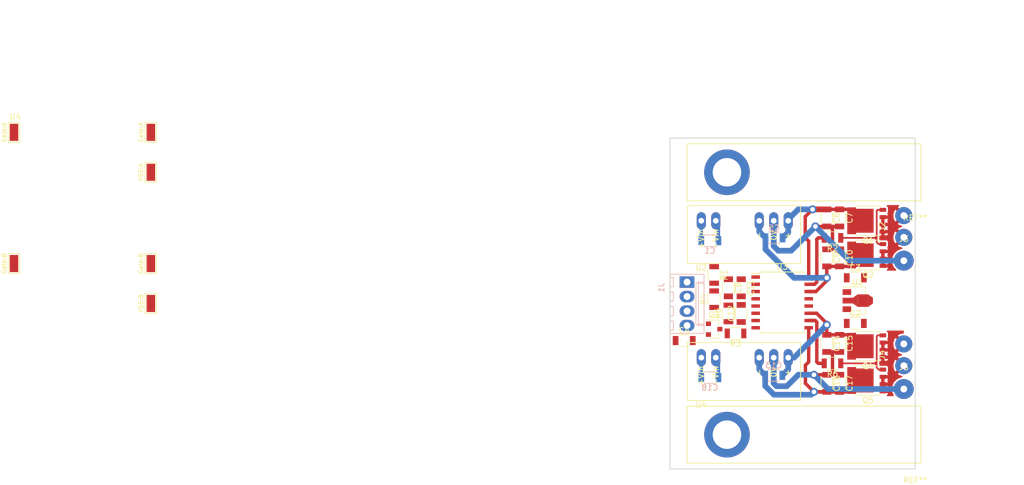
<source format=kicad_pcb>
(kicad_pcb (version 4) (host pcbnew 4.0.7)

  (general
    (links 144)
    (no_connects 38)
    (area 156.924999 59.924999 200.075001 118.075001)
    (thickness 1.6)
    (drawings 23)
    (tracks 123)
    (zones 0)
    (modules 41)
    (nets 26)
  )

  (page A4)
  (layers
    (0 F.Cu signal)
    (31 B.Cu signal)
    (32 B.Adhes user)
    (33 F.Adhes user)
    (34 B.Paste user)
    (35 F.Paste user)
    (36 B.SilkS user)
    (37 F.SilkS user)
    (38 B.Mask user)
    (39 F.Mask user)
    (40 Dwgs.User user)
    (41 Cmts.User user)
    (42 Eco1.User user)
    (43 Eco2.User user)
    (44 Edge.Cuts user)
    (45 Margin user)
    (46 B.CrtYd user)
    (47 F.CrtYd user)
    (48 B.Fab user)
    (49 F.Fab user)
  )

  (setup
    (last_trace_width 0.6)
    (user_trace_width 0.6)
    (user_trace_width 1)
    (trace_clearance 0.3)
    (zone_clearance 0.3)
    (zone_45_only no)
    (trace_min 0.2)
    (segment_width 0.2)
    (edge_width 0.15)
    (via_size 1.4)
    (via_drill 0.8)
    (via_min_size 1.4)
    (via_min_drill 0.8)
    (user_via 1.8 1.2)
    (uvia_size 0.3)
    (uvia_drill 0.1)
    (uvias_allowed no)
    (uvia_min_size 0.2)
    (uvia_min_drill 0.1)
    (pcb_text_width 0.3)
    (pcb_text_size 1.5 1.5)
    (mod_edge_width 0.15)
    (mod_text_size 1 1)
    (mod_text_width 0.15)
    (pad_size 1.524 1.524)
    (pad_drill 0.762)
    (pad_to_mask_clearance 0.2)
    (aux_axis_origin 0 0)
    (visible_elements 7FFFFFFF)
    (pcbplotparams
      (layerselection 0x00030_80000001)
      (usegerberextensions false)
      (excludeedgelayer true)
      (linewidth 0.100000)
      (plotframeref false)
      (viasonmask false)
      (mode 1)
      (useauxorigin false)
      (hpglpennumber 1)
      (hpglpenspeed 20)
      (hpglpendiameter 15)
      (hpglpenoverlay 2)
      (psnegative false)
      (psa4output false)
      (plotreference true)
      (plotvalue true)
      (plotinvisibletext false)
      (padsonsilk false)
      (subtractmaskfromsilk false)
      (outputformat 1)
      (mirror false)
      (drillshape 1)
      (scaleselection 1)
      (outputdirectory ""))
  )

  (net 0 "")
  (net 1 +24V)
  (net 2 GND)
  (net 3 +15V)
  (net 4 /+15V:A)
  (net 5 /-8.7V:A)
  (net 6 /VSS:A)
  (net 7 "Net-(C8-Pad1)")
  (net 8 /DT)
  (net 9 /+15V:B)
  (net 10 /-8.7V:B)
  (net 11 /VSS:B)
  (net 12 /PWM)
  (net 13 /ENABLE)
  (net 14 /Gate:A)
  (net 15 /Gate:B)
  (net 16 "Net-(Q1-Pad4)")
  (net 17 "Net-(Q3-Pad1)")
  (net 18 "Net-(Q3-Pad3)")
  (net 19 "Net-(Q4-Pad4)")
  (net 20 "Net-(R2-Pad2)")
  (net 21 "Net-(R6-Pad2)")
  (net 22 "Net-(U3-Pad2)")
  (net 23 "Net-(U3-Pad7)")
  (net 24 "Net-(U3-Pad12)")
  (net 25 "Net-(U3-Pad13)")

  (net_class Default "This is the default net class."
    (clearance 0.3)
    (trace_width 0.3)
    (via_dia 1.4)
    (via_drill 0.8)
    (uvia_dia 0.3)
    (uvia_drill 0.1)
    (add_net +15V)
    (add_net +24V)
    (add_net /+15V:A)
    (add_net /+15V:B)
    (add_net /-8.7V:A)
    (add_net /-8.7V:B)
    (add_net /DT)
    (add_net /ENABLE)
    (add_net /Gate:A)
    (add_net /Gate:B)
    (add_net /PWM)
    (add_net /VSS:A)
    (add_net /VSS:B)
    (add_net GND)
    (add_net "Net-(C8-Pad1)")
    (add_net "Net-(Q1-Pad4)")
    (add_net "Net-(Q3-Pad1)")
    (add_net "Net-(Q3-Pad3)")
    (add_net "Net-(Q4-Pad4)")
    (add_net "Net-(R2-Pad2)")
    (add_net "Net-(R6-Pad2)")
    (add_net "Net-(U3-Pad12)")
    (add_net "Net-(U3-Pad13)")
    (add_net "Net-(U3-Pad2)")
    (add_net "Net-(U3-Pad7)")
  )

  (module Connectors_Molex:Molex_KK-6410-04_04x2.54mm_Straight (layer B.Cu) (tedit 5AD5BB5E) (tstamp 5ACCB012)
    (at 160 85.25 270)
    (descr "Connector Headers with Friction Lock, 22-27-2041, http://www.molex.com/pdm_docs/sd/022272021_sd.pdf")
    (tags "connector molex kk_6410 22-27-2041")
    (path /5ACAE71F)
    (fp_text reference J1 (at 1 4.5 270) (layer B.SilkS)
      (effects (font (size 1 1) (thickness 0.15)) (justify mirror))
    )
    (fp_text value Inputs (at 4.25 4.75 270) (layer B.Fab)
      (effects (font (size 1 1) (thickness 0.15)) (justify mirror))
    )
    (fp_line (start -1.47 3.12) (end -1.47 -3.08) (layer B.Fab) (width 0.12))
    (fp_line (start -1.47 -3.08) (end 9.09 -3.08) (layer B.Fab) (width 0.12))
    (fp_line (start 9.09 -3.08) (end 9.09 3.12) (layer B.Fab) (width 0.12))
    (fp_line (start 9.09 3.12) (end -1.47 3.12) (layer B.Fab) (width 0.12))
    (fp_line (start -1.37 3.02) (end -1.37 -2.98) (layer B.SilkS) (width 0.12))
    (fp_line (start -1.37 -2.98) (end 8.99 -2.98) (layer B.SilkS) (width 0.12))
    (fp_line (start 8.99 -2.98) (end 8.99 3.02) (layer B.SilkS) (width 0.12))
    (fp_line (start 8.99 3.02) (end -1.37 3.02) (layer B.SilkS) (width 0.12))
    (fp_line (start 0 -2.98) (end 0 -1.98) (layer B.SilkS) (width 0.12))
    (fp_line (start 0 -1.98) (end 7.62 -1.98) (layer B.SilkS) (width 0.12))
    (fp_line (start 7.62 -1.98) (end 7.62 -2.98) (layer B.SilkS) (width 0.12))
    (fp_line (start 0 -1.98) (end 0.25 -1.55) (layer B.SilkS) (width 0.12))
    (fp_line (start 0.25 -1.55) (end 7.37 -1.55) (layer B.SilkS) (width 0.12))
    (fp_line (start 7.37 -1.55) (end 7.62 -1.98) (layer B.SilkS) (width 0.12))
    (fp_line (start 0.25 -2.98) (end 0.25 -1.98) (layer B.SilkS) (width 0.12))
    (fp_line (start 7.37 -2.98) (end 7.37 -1.98) (layer B.SilkS) (width 0.12))
    (fp_line (start -0.8 3.02) (end -0.8 2.4) (layer B.SilkS) (width 0.12))
    (fp_line (start -0.8 2.4) (end 0.8 2.4) (layer B.SilkS) (width 0.12))
    (fp_line (start 0.8 2.4) (end 0.8 3.02) (layer B.SilkS) (width 0.12))
    (fp_line (start 1.74 3.02) (end 1.74 2.4) (layer B.SilkS) (width 0.12))
    (fp_line (start 1.74 2.4) (end 3.34 2.4) (layer B.SilkS) (width 0.12))
    (fp_line (start 3.34 2.4) (end 3.34 3.02) (layer B.SilkS) (width 0.12))
    (fp_line (start 4.28 3.02) (end 4.28 2.4) (layer B.SilkS) (width 0.12))
    (fp_line (start 4.28 2.4) (end 5.88 2.4) (layer B.SilkS) (width 0.12))
    (fp_line (start 5.88 2.4) (end 5.88 3.02) (layer B.SilkS) (width 0.12))
    (fp_line (start 6.82 3.02) (end 6.82 2.4) (layer B.SilkS) (width 0.12))
    (fp_line (start 6.82 2.4) (end 8.42 2.4) (layer B.SilkS) (width 0.12))
    (fp_line (start 8.42 2.4) (end 8.42 3.02) (layer B.SilkS) (width 0.12))
    (fp_line (start -1.9 -3.5) (end -1.9 3.55) (layer B.CrtYd) (width 0.05))
    (fp_line (start -1.9 3.55) (end 9.5 3.55) (layer B.CrtYd) (width 0.05))
    (fp_line (start 9.5 3.55) (end 9.5 -3.5) (layer B.CrtYd) (width 0.05))
    (fp_line (start 9.5 -3.5) (end -1.9 -3.5) (layer B.CrtYd) (width 0.05))
    (fp_text user %R (at 3.81 0 270) (layer B.Fab)
      (effects (font (size 1 1) (thickness 0.15)) (justify mirror))
    )
    (pad 1 thru_hole rect (at 0 0 270) (size 2 2.6) (drill 1.2) (layers *.Cu *.Mask)
      (net 12 /PWM))
    (pad 2 thru_hole oval (at 2.54 0 270) (size 2 2.6) (drill 1.2) (layers *.Cu *.Mask)
      (net 13 /ENABLE))
    (pad 3 thru_hole oval (at 5.08 0 270) (size 2 2.6) (drill 1.2) (layers *.Cu *.Mask)
      (net 1 +24V))
    (pad 4 thru_hole oval (at 7.62 0 270) (size 2 2.6) (drill 1.2) (layers *.Cu *.Mask)
      (net 2 GND))
    (model ${KISYS3DMOD}/Connectors_Molex.3dshapes/Molex_KK-6410-04_04x2.54mm_Straight.wrl
      (at (xyz 0 0 0))
      (scale (xyz 1 1 1))
      (rotate (xyz 0 0 0))
    )
  )

  (module Capacitors_SMD:C_1206 (layer F.Cu) (tedit 58AA84B8) (tstamp 5ACA0DE4)
    (at 169.5 86.25 270)
    (descr "Capacitor SMD 1206, reflow soldering, AVX (see smccp.pdf)")
    (tags "capacitor 1206")
    (path /5ACAE5C1)
    (attr smd)
    (fp_text reference C11 (at 0 -1.75 270) (layer F.SilkS)
      (effects (font (size 1 1) (thickness 0.15)))
    )
    (fp_text value 100n (at 0 2 270) (layer F.Fab)
      (effects (font (size 1 1) (thickness 0.15)))
    )
    (fp_text user %R (at 0 -1.75 270) (layer F.Fab)
      (effects (font (size 1 1) (thickness 0.15)))
    )
    (fp_line (start -1.6 0.8) (end -1.6 -0.8) (layer F.Fab) (width 0.1))
    (fp_line (start 1.6 0.8) (end -1.6 0.8) (layer F.Fab) (width 0.1))
    (fp_line (start 1.6 -0.8) (end 1.6 0.8) (layer F.Fab) (width 0.1))
    (fp_line (start -1.6 -0.8) (end 1.6 -0.8) (layer F.Fab) (width 0.1))
    (fp_line (start 1 -1.02) (end -1 -1.02) (layer F.SilkS) (width 0.12))
    (fp_line (start -1 1.02) (end 1 1.02) (layer F.SilkS) (width 0.12))
    (fp_line (start -2.25 -1.05) (end 2.25 -1.05) (layer F.CrtYd) (width 0.05))
    (fp_line (start -2.25 -1.05) (end -2.25 1.05) (layer F.CrtYd) (width 0.05))
    (fp_line (start 2.25 1.05) (end 2.25 -1.05) (layer F.CrtYd) (width 0.05))
    (fp_line (start 2.25 1.05) (end -2.25 1.05) (layer F.CrtYd) (width 0.05))
    (pad 1 smd rect (at -1.5 0 270) (size 1 1.6) (layers F.Cu F.Paste F.Mask)
      (net 3 +15V))
    (pad 2 smd rect (at 1.5 0 270) (size 1 1.6) (layers F.Cu F.Paste F.Mask)
      (net 2 GND))
    (model Capacitors_SMD.3dshapes/C_1206.wrl
      (at (xyz 0 0 0))
      (scale (xyz 1 1 1))
      (rotate (xyz 0 0 0))
    )
  )

  (module Jespers_footprints:Bracket (layer F.Cu) (tedit 5AD474C6) (tstamp 5AD47A18)
    (at 200 112)
    (fp_text reference REF** (at 0 8) (layer F.SilkS)
      (effects (font (size 1 1) (thickness 0.15)))
    )
    (fp_text value Bracket (at 0 -6) (layer F.Fab)
      (effects (font (size 1 1) (thickness 0.15)))
    )
    (fp_line (start 1 -5) (end -40 -5) (layer F.SilkS) (width 0.15))
    (fp_line (start -40 -5) (end -40 5) (layer F.SilkS) (width 0.15))
    (fp_line (start -40 5) (end 1 5) (layer F.SilkS) (width 0.15))
    (fp_line (start 1 5) (end 1 -5) (layer F.SilkS) (width 0.15))
    (pad 1 thru_hole circle (at -33 0) (size 8 8) (drill 5) (layers *.Cu *.Mask))
    (model D:/Jesper/Documents/Dropbox/Go_Kart/03_Electronics/02_KiCad/Bracket.wrl
      (at (xyz 0 0 0))
      (scale (xyz 0.393701 0.393701 0.393701))
      (rotate (xyz -90 0 -90))
    )
  )

  (module Resistors_SMD:R_1206 (layer F.Cu) (tedit 58E0A804) (tstamp 5ACA0EA7)
    (at 164.75 88.25 90)
    (descr "Resistor SMD 1206, reflow soldering, Vishay (see dcrcw.pdf)")
    (tags "resistor 1206")
    (path /5ACAE833)
    (attr smd)
    (fp_text reference R4 (at 0 -1.85 90) (layer F.SilkS)
      (effects (font (size 1 1) (thickness 0.15)))
    )
    (fp_text value 5k6 (at 0 1.95 90) (layer F.Fab)
      (effects (font (size 1 1) (thickness 0.15)))
    )
    (fp_text user %R (at 0 0 90) (layer F.Fab)
      (effects (font (size 0.7 0.7) (thickness 0.105)))
    )
    (fp_line (start -1.6 0.8) (end -1.6 -0.8) (layer F.Fab) (width 0.1))
    (fp_line (start 1.6 0.8) (end -1.6 0.8) (layer F.Fab) (width 0.1))
    (fp_line (start 1.6 -0.8) (end 1.6 0.8) (layer F.Fab) (width 0.1))
    (fp_line (start -1.6 -0.8) (end 1.6 -0.8) (layer F.Fab) (width 0.1))
    (fp_line (start 1 1.07) (end -1 1.07) (layer F.SilkS) (width 0.12))
    (fp_line (start -1 -1.07) (end 1 -1.07) (layer F.SilkS) (width 0.12))
    (fp_line (start -2.15 -1.11) (end 2.15 -1.11) (layer F.CrtYd) (width 0.05))
    (fp_line (start -2.15 -1.11) (end -2.15 1.1) (layer F.CrtYd) (width 0.05))
    (fp_line (start 2.15 1.1) (end 2.15 -1.11) (layer F.CrtYd) (width 0.05))
    (fp_line (start 2.15 1.1) (end -2.15 1.1) (layer F.CrtYd) (width 0.05))
    (pad 1 smd rect (at -1.45 0 90) (size 0.9 1.7) (layers F.Cu F.Paste F.Mask)
      (net 17 "Net-(Q3-Pad1)"))
    (pad 2 smd rect (at 1.45 0 90) (size 0.9 1.7) (layers F.Cu F.Paste F.Mask)
      (net 13 /ENABLE))
    (model ${KISYS3DMOD}/Resistors_SMD.3dshapes/R_1206.wrl
      (at (xyz 0 0 0))
      (scale (xyz 1 1 1))
      (rotate (xyz 0 0 0))
    )
  )

  (module TO_SOT_Packages_SMD:SOT-23 (layer F.Cu) (tedit 58CE4E7E) (tstamp 5ACA0E61)
    (at 164.75 93.5)
    (descr "SOT-23, Standard")
    (tags SOT-23)
    (path /5ACAE824)
    (attr smd)
    (fp_text reference Q3 (at 0 -2.5) (layer F.SilkS)
      (effects (font (size 1 1) (thickness 0.15)))
    )
    (fp_text value BC846A (at 0 2.5) (layer F.Fab)
      (effects (font (size 1 1) (thickness 0.15)))
    )
    (fp_text user %R (at 0 0 90) (layer F.Fab)
      (effects (font (size 0.5 0.5) (thickness 0.075)))
    )
    (fp_line (start -0.7 -0.95) (end -0.7 1.5) (layer F.Fab) (width 0.1))
    (fp_line (start -0.15 -1.52) (end 0.7 -1.52) (layer F.Fab) (width 0.1))
    (fp_line (start -0.7 -0.95) (end -0.15 -1.52) (layer F.Fab) (width 0.1))
    (fp_line (start 0.7 -1.52) (end 0.7 1.52) (layer F.Fab) (width 0.1))
    (fp_line (start -0.7 1.52) (end 0.7 1.52) (layer F.Fab) (width 0.1))
    (fp_line (start 0.76 1.58) (end 0.76 0.65) (layer F.SilkS) (width 0.12))
    (fp_line (start 0.76 -1.58) (end 0.76 -0.65) (layer F.SilkS) (width 0.12))
    (fp_line (start -1.7 -1.75) (end 1.7 -1.75) (layer F.CrtYd) (width 0.05))
    (fp_line (start 1.7 -1.75) (end 1.7 1.75) (layer F.CrtYd) (width 0.05))
    (fp_line (start 1.7 1.75) (end -1.7 1.75) (layer F.CrtYd) (width 0.05))
    (fp_line (start -1.7 1.75) (end -1.7 -1.75) (layer F.CrtYd) (width 0.05))
    (fp_line (start 0.76 -1.58) (end -1.4 -1.58) (layer F.SilkS) (width 0.12))
    (fp_line (start 0.76 1.58) (end -0.7 1.58) (layer F.SilkS) (width 0.12))
    (pad 1 smd rect (at -1 -0.95) (size 0.9 0.8) (layers F.Cu F.Paste F.Mask)
      (net 17 "Net-(Q3-Pad1)"))
    (pad 2 smd rect (at -1 0.95) (size 0.9 0.8) (layers F.Cu F.Paste F.Mask)
      (net 2 GND))
    (pad 3 smd rect (at 1 0) (size 0.9 0.8) (layers F.Cu F.Paste F.Mask)
      (net 18 "Net-(Q3-Pad3)"))
    (model ${KISYS3DMOD}/TO_SOT_Packages_SMD.3dshapes/SOT-23.wrl
      (at (xyz 0 0 0))
      (scale (xyz 1 1 1))
      (rotate (xyz 0 0 0))
    )
  )

  (module Capacitors_SMD:C_1206 (layer B.Cu) (tedit 58AA84B8) (tstamp 5ACA0DA8)
    (at 164 78)
    (descr "Capacitor SMD 1206, reflow soldering, AVX (see smccp.pdf)")
    (tags "capacitor 1206")
    (path /5ACBB2B0)
    (attr smd)
    (fp_text reference C1 (at 0 1.75) (layer B.SilkS)
      (effects (font (size 1 1) (thickness 0.15)) (justify mirror))
    )
    (fp_text value 100n (at 0 -2) (layer B.Fab)
      (effects (font (size 1 1) (thickness 0.15)) (justify mirror))
    )
    (fp_text user %R (at 0 1.75) (layer B.Fab)
      (effects (font (size 1 1) (thickness 0.15)) (justify mirror))
    )
    (fp_line (start -1.6 -0.8) (end -1.6 0.8) (layer B.Fab) (width 0.1))
    (fp_line (start 1.6 -0.8) (end -1.6 -0.8) (layer B.Fab) (width 0.1))
    (fp_line (start 1.6 0.8) (end 1.6 -0.8) (layer B.Fab) (width 0.1))
    (fp_line (start -1.6 0.8) (end 1.6 0.8) (layer B.Fab) (width 0.1))
    (fp_line (start 1 1.02) (end -1 1.02) (layer B.SilkS) (width 0.12))
    (fp_line (start -1 -1.02) (end 1 -1.02) (layer B.SilkS) (width 0.12))
    (fp_line (start -2.25 1.05) (end 2.25 1.05) (layer B.CrtYd) (width 0.05))
    (fp_line (start -2.25 1.05) (end -2.25 -1.05) (layer B.CrtYd) (width 0.05))
    (fp_line (start 2.25 -1.05) (end 2.25 1.05) (layer B.CrtYd) (width 0.05))
    (fp_line (start 2.25 -1.05) (end -2.25 -1.05) (layer B.CrtYd) (width 0.05))
    (pad 1 smd rect (at -1.5 0) (size 1 1.6) (layers B.Cu B.Paste B.Mask)
      (net 1 +24V))
    (pad 2 smd rect (at 1.5 0) (size 1 1.6) (layers B.Cu B.Paste B.Mask)
      (net 2 GND))
    (model Capacitors_SMD.3dshapes/C_1206.wrl
      (at (xyz 0 0 0))
      (scale (xyz 1 1 1))
      (rotate (xyz 0 0 0))
    )
  )

  (module Capacitors_SMD:C_1206 (layer F.Cu) (tedit 58AA84B8) (tstamp 5ACA0DAE)
    (at 189.5 92.5)
    (descr "Capacitor SMD 1206, reflow soldering, AVX (see smccp.pdf)")
    (tags "capacitor 1206")
    (path /5ACAE6F9)
    (attr smd)
    (fp_text reference C2 (at 0 -1.75) (layer F.SilkS)
      (effects (font (size 1 1) (thickness 0.15)))
    )
    (fp_text value 330n (at 0 2) (layer F.Fab)
      (effects (font (size 1 1) (thickness 0.15)))
    )
    (fp_text user %R (at 0 -1.75) (layer F.Fab)
      (effects (font (size 1 1) (thickness 0.15)))
    )
    (fp_line (start -1.6 0.8) (end -1.6 -0.8) (layer F.Fab) (width 0.1))
    (fp_line (start 1.6 0.8) (end -1.6 0.8) (layer F.Fab) (width 0.1))
    (fp_line (start 1.6 -0.8) (end 1.6 0.8) (layer F.Fab) (width 0.1))
    (fp_line (start -1.6 -0.8) (end 1.6 -0.8) (layer F.Fab) (width 0.1))
    (fp_line (start 1 -1.02) (end -1 -1.02) (layer F.SilkS) (width 0.12))
    (fp_line (start -1 1.02) (end 1 1.02) (layer F.SilkS) (width 0.12))
    (fp_line (start -2.25 -1.05) (end 2.25 -1.05) (layer F.CrtYd) (width 0.05))
    (fp_line (start -2.25 -1.05) (end -2.25 1.05) (layer F.CrtYd) (width 0.05))
    (fp_line (start 2.25 1.05) (end 2.25 -1.05) (layer F.CrtYd) (width 0.05))
    (fp_line (start 2.25 1.05) (end -2.25 1.05) (layer F.CrtYd) (width 0.05))
    (pad 1 smd rect (at -1.5 0) (size 1 1.6) (layers F.Cu F.Paste F.Mask)
      (net 1 +24V))
    (pad 2 smd rect (at 1.5 0) (size 1 1.6) (layers F.Cu F.Paste F.Mask)
      (net 2 GND))
    (model Capacitors_SMD.3dshapes/C_1206.wrl
      (at (xyz 0 0 0))
      (scale (xyz 1 1 1))
      (rotate (xyz 0 0 0))
    )
  )

  (module Capacitors_SMD:C_1206 (layer F.Cu) (tedit 58AA84B8) (tstamp 5ACA0DB4)
    (at 189.5 84.5)
    (descr "Capacitor SMD 1206, reflow soldering, AVX (see smccp.pdf)")
    (tags "capacitor 1206")
    (path /5ACAE6F2)
    (attr smd)
    (fp_text reference C3 (at 0 -1.75) (layer F.SilkS)
      (effects (font (size 1 1) (thickness 0.15)))
    )
    (fp_text value 100n (at 0 2) (layer F.Fab)
      (effects (font (size 1 1) (thickness 0.15)))
    )
    (fp_text user %R (at 0 -1.75) (layer F.Fab)
      (effects (font (size 1 1) (thickness 0.15)))
    )
    (fp_line (start -1.6 0.8) (end -1.6 -0.8) (layer F.Fab) (width 0.1))
    (fp_line (start 1.6 0.8) (end -1.6 0.8) (layer F.Fab) (width 0.1))
    (fp_line (start 1.6 -0.8) (end 1.6 0.8) (layer F.Fab) (width 0.1))
    (fp_line (start -1.6 -0.8) (end 1.6 -0.8) (layer F.Fab) (width 0.1))
    (fp_line (start 1 -1.02) (end -1 -1.02) (layer F.SilkS) (width 0.12))
    (fp_line (start -1 1.02) (end 1 1.02) (layer F.SilkS) (width 0.12))
    (fp_line (start -2.25 -1.05) (end 2.25 -1.05) (layer F.CrtYd) (width 0.05))
    (fp_line (start -2.25 -1.05) (end -2.25 1.05) (layer F.CrtYd) (width 0.05))
    (fp_line (start 2.25 1.05) (end 2.25 -1.05) (layer F.CrtYd) (width 0.05))
    (fp_line (start 2.25 1.05) (end -2.25 1.05) (layer F.CrtYd) (width 0.05))
    (pad 1 smd rect (at -1.5 0) (size 1 1.6) (layers F.Cu F.Paste F.Mask)
      (net 3 +15V))
    (pad 2 smd rect (at 1.5 0) (size 1 1.6) (layers F.Cu F.Paste F.Mask)
      (net 2 GND))
    (model Capacitors_SMD.3dshapes/C_1206.wrl
      (at (xyz 0 0 0))
      (scale (xyz 1 1 1))
      (rotate (xyz 0 0 0))
    )
  )

  (module Capacitors_SMD:C_1206 (layer F.Cu) (tedit 58AA84B8) (tstamp 5ACA0DBA)
    (at 159.5 95.5)
    (descr "Capacitor SMD 1206, reflow soldering, AVX (see smccp.pdf)")
    (tags "capacitor 1206")
    (path /5ACAE706)
    (attr smd)
    (fp_text reference C4 (at 0 -1.75) (layer F.SilkS)
      (effects (font (size 1 1) (thickness 0.15)))
    )
    (fp_text value 10u (at 0 2) (layer F.Fab)
      (effects (font (size 1 1) (thickness 0.15)))
    )
    (fp_text user %R (at 0 -1.75) (layer F.Fab)
      (effects (font (size 1 1) (thickness 0.15)))
    )
    (fp_line (start -1.6 0.8) (end -1.6 -0.8) (layer F.Fab) (width 0.1))
    (fp_line (start 1.6 0.8) (end -1.6 0.8) (layer F.Fab) (width 0.1))
    (fp_line (start 1.6 -0.8) (end 1.6 0.8) (layer F.Fab) (width 0.1))
    (fp_line (start -1.6 -0.8) (end 1.6 -0.8) (layer F.Fab) (width 0.1))
    (fp_line (start 1 -1.02) (end -1 -1.02) (layer F.SilkS) (width 0.12))
    (fp_line (start -1 1.02) (end 1 1.02) (layer F.SilkS) (width 0.12))
    (fp_line (start -2.25 -1.05) (end 2.25 -1.05) (layer F.CrtYd) (width 0.05))
    (fp_line (start -2.25 -1.05) (end -2.25 1.05) (layer F.CrtYd) (width 0.05))
    (fp_line (start 2.25 1.05) (end 2.25 -1.05) (layer F.CrtYd) (width 0.05))
    (fp_line (start 2.25 1.05) (end -2.25 1.05) (layer F.CrtYd) (width 0.05))
    (pad 1 smd rect (at -1.5 0) (size 1 1.6) (layers F.Cu F.Paste F.Mask)
      (net 1 +24V))
    (pad 2 smd rect (at 1.5 0) (size 1 1.6) (layers F.Cu F.Paste F.Mask)
      (net 2 GND))
    (model Capacitors_SMD.3dshapes/C_1206.wrl
      (at (xyz 0 0 0))
      (scale (xyz 1 1 1))
      (rotate (xyz 0 0 0))
    )
  )

  (module Capacitors_SMD:C_1206 (layer B.Cu) (tedit 58AA84B8) (tstamp 5ACA0DC0)
    (at 175.25 77.5 180)
    (descr "Capacitor SMD 1206, reflow soldering, AVX (see smccp.pdf)")
    (tags "capacitor 1206")
    (path /5ACBD53E)
    (attr smd)
    (fp_text reference C5 (at 0 1.75 180) (layer B.SilkS)
      (effects (font (size 1 1) (thickness 0.15)) (justify mirror))
    )
    (fp_text value 10u (at 0 -2 180) (layer B.Fab)
      (effects (font (size 1 1) (thickness 0.15)) (justify mirror))
    )
    (fp_text user %R (at 0 1.75 180) (layer B.Fab)
      (effects (font (size 1 1) (thickness 0.15)) (justify mirror))
    )
    (fp_line (start -1.6 -0.8) (end -1.6 0.8) (layer B.Fab) (width 0.1))
    (fp_line (start 1.6 -0.8) (end -1.6 -0.8) (layer B.Fab) (width 0.1))
    (fp_line (start 1.6 0.8) (end 1.6 -0.8) (layer B.Fab) (width 0.1))
    (fp_line (start -1.6 0.8) (end 1.6 0.8) (layer B.Fab) (width 0.1))
    (fp_line (start 1 1.02) (end -1 1.02) (layer B.SilkS) (width 0.12))
    (fp_line (start -1 -1.02) (end 1 -1.02) (layer B.SilkS) (width 0.12))
    (fp_line (start -2.25 1.05) (end 2.25 1.05) (layer B.CrtYd) (width 0.05))
    (fp_line (start -2.25 1.05) (end -2.25 -1.05) (layer B.CrtYd) (width 0.05))
    (fp_line (start 2.25 -1.05) (end 2.25 1.05) (layer B.CrtYd) (width 0.05))
    (fp_line (start 2.25 -1.05) (end -2.25 -1.05) (layer B.CrtYd) (width 0.05))
    (pad 1 smd rect (at -1.5 0 180) (size 1 1.6) (layers B.Cu B.Paste B.Mask)
      (net 4 /+15V:A))
    (pad 2 smd rect (at 1.5 0 180) (size 1 1.6) (layers B.Cu B.Paste B.Mask)
      (net 5 /-8.7V:A))
    (model Capacitors_SMD.3dshapes/C_1206.wrl
      (at (xyz 0 0 0))
      (scale (xyz 1 1 1))
      (rotate (xyz 0 0 0))
    )
  )

  (module Capacitors_SMD:C_1206 (layer F.Cu) (tedit 58AA84B8) (tstamp 5ACA0DC6)
    (at 184.5 74 270)
    (descr "Capacitor SMD 1206, reflow soldering, AVX (see smccp.pdf)")
    (tags "capacitor 1206")
    (path /5ACBD526)
    (attr smd)
    (fp_text reference C6 (at 0 -1.75 270) (layer F.SilkS)
      (effects (font (size 1 1) (thickness 0.15)))
    )
    (fp_text value 4.7u (at 0 2 270) (layer F.Fab)
      (effects (font (size 1 1) (thickness 0.15)))
    )
    (fp_text user %R (at 0 -1.75 270) (layer F.Fab)
      (effects (font (size 1 1) (thickness 0.15)))
    )
    (fp_line (start -1.6 0.8) (end -1.6 -0.8) (layer F.Fab) (width 0.1))
    (fp_line (start 1.6 0.8) (end -1.6 0.8) (layer F.Fab) (width 0.1))
    (fp_line (start 1.6 -0.8) (end 1.6 0.8) (layer F.Fab) (width 0.1))
    (fp_line (start -1.6 -0.8) (end 1.6 -0.8) (layer F.Fab) (width 0.1))
    (fp_line (start 1 -1.02) (end -1 -1.02) (layer F.SilkS) (width 0.12))
    (fp_line (start -1 1.02) (end 1 1.02) (layer F.SilkS) (width 0.12))
    (fp_line (start -2.25 -1.05) (end 2.25 -1.05) (layer F.CrtYd) (width 0.05))
    (fp_line (start -2.25 -1.05) (end -2.25 1.05) (layer F.CrtYd) (width 0.05))
    (fp_line (start 2.25 1.05) (end 2.25 -1.05) (layer F.CrtYd) (width 0.05))
    (fp_line (start 2.25 1.05) (end -2.25 1.05) (layer F.CrtYd) (width 0.05))
    (pad 1 smd rect (at -1.5 0 270) (size 1 1.6) (layers F.Cu F.Paste F.Mask)
      (net 4 /+15V:A))
    (pad 2 smd rect (at 1.5 0 270) (size 1 1.6) (layers F.Cu F.Paste F.Mask)
      (net 6 /VSS:A))
    (model Capacitors_SMD.3dshapes/C_1206.wrl
      (at (xyz 0 0 0))
      (scale (xyz 1 1 1))
      (rotate (xyz 0 0 0))
    )
  )

  (module Capacitors_SMD:C_1206 (layer F.Cu) (tedit 58AA84B8) (tstamp 5ACA0DCC)
    (at 186.75 74 270)
    (descr "Capacitor SMD 1206, reflow soldering, AVX (see smccp.pdf)")
    (tags "capacitor 1206")
    (path /5ACBD52C)
    (attr smd)
    (fp_text reference C7 (at 0 -1.75 270) (layer F.SilkS)
      (effects (font (size 1 1) (thickness 0.15)))
    )
    (fp_text value 100n (at 0 2 270) (layer F.Fab)
      (effects (font (size 1 1) (thickness 0.15)))
    )
    (fp_text user %R (at 0 -1.75 270) (layer F.Fab)
      (effects (font (size 1 1) (thickness 0.15)))
    )
    (fp_line (start -1.6 0.8) (end -1.6 -0.8) (layer F.Fab) (width 0.1))
    (fp_line (start 1.6 0.8) (end -1.6 0.8) (layer F.Fab) (width 0.1))
    (fp_line (start 1.6 -0.8) (end 1.6 0.8) (layer F.Fab) (width 0.1))
    (fp_line (start -1.6 -0.8) (end 1.6 -0.8) (layer F.Fab) (width 0.1))
    (fp_line (start 1 -1.02) (end -1 -1.02) (layer F.SilkS) (width 0.12))
    (fp_line (start -1 1.02) (end 1 1.02) (layer F.SilkS) (width 0.12))
    (fp_line (start -2.25 -1.05) (end 2.25 -1.05) (layer F.CrtYd) (width 0.05))
    (fp_line (start -2.25 -1.05) (end -2.25 1.05) (layer F.CrtYd) (width 0.05))
    (fp_line (start 2.25 1.05) (end 2.25 -1.05) (layer F.CrtYd) (width 0.05))
    (fp_line (start 2.25 1.05) (end -2.25 1.05) (layer F.CrtYd) (width 0.05))
    (pad 1 smd rect (at -1.5 0 270) (size 1 1.6) (layers F.Cu F.Paste F.Mask)
      (net 4 /+15V:A))
    (pad 2 smd rect (at 1.5 0 270) (size 1 1.6) (layers F.Cu F.Paste F.Mask)
      (net 6 /VSS:A))
    (model Capacitors_SMD.3dshapes/C_1206.wrl
      (at (xyz 0 0 0))
      (scale (xyz 1 1 1))
      (rotate (xyz 0 0 0))
    )
  )

  (module Capacitors_SMD:C_1206 (layer F.Cu) (tedit 58AA84B8) (tstamp 5ACA0DD2)
    (at 167.25 86.25 270)
    (descr "Capacitor SMD 1206, reflow soldering, AVX (see smccp.pdf)")
    (tags "capacitor 1206")
    (path /5ACAE72D)
    (attr smd)
    (fp_text reference C8 (at 0 -1.75 270) (layer F.SilkS)
      (effects (font (size 1 1) (thickness 0.15)))
    )
    (fp_text value 33p (at 0 2 270) (layer F.Fab)
      (effects (font (size 1 1) (thickness 0.15)))
    )
    (fp_text user %R (at 0 -1.75 270) (layer F.Fab)
      (effects (font (size 1 1) (thickness 0.15)))
    )
    (fp_line (start -1.6 0.8) (end -1.6 -0.8) (layer F.Fab) (width 0.1))
    (fp_line (start 1.6 0.8) (end -1.6 0.8) (layer F.Fab) (width 0.1))
    (fp_line (start 1.6 -0.8) (end 1.6 0.8) (layer F.Fab) (width 0.1))
    (fp_line (start -1.6 -0.8) (end 1.6 -0.8) (layer F.Fab) (width 0.1))
    (fp_line (start 1 -1.02) (end -1 -1.02) (layer F.SilkS) (width 0.12))
    (fp_line (start -1 1.02) (end 1 1.02) (layer F.SilkS) (width 0.12))
    (fp_line (start -2.25 -1.05) (end 2.25 -1.05) (layer F.CrtYd) (width 0.05))
    (fp_line (start -2.25 -1.05) (end -2.25 1.05) (layer F.CrtYd) (width 0.05))
    (fp_line (start 2.25 1.05) (end 2.25 -1.05) (layer F.CrtYd) (width 0.05))
    (fp_line (start 2.25 1.05) (end -2.25 1.05) (layer F.CrtYd) (width 0.05))
    (pad 1 smd rect (at -1.5 0 270) (size 1 1.6) (layers F.Cu F.Paste F.Mask)
      (net 7 "Net-(C8-Pad1)"))
    (pad 2 smd rect (at 1.5 0 270) (size 1 1.6) (layers F.Cu F.Paste F.Mask)
      (net 2 GND))
    (model Capacitors_SMD.3dshapes/C_1206.wrl
      (at (xyz 0 0 0))
      (scale (xyz 1 1 1))
      (rotate (xyz 0 0 0))
    )
  )

  (module Capacitors_SMD:C_1206 (layer F.Cu) (tedit 58AA84B8) (tstamp 5ACA0DD8)
    (at 184.5 81 270)
    (descr "Capacitor SMD 1206, reflow soldering, AVX (see smccp.pdf)")
    (tags "capacitor 1206")
    (path /5ACBD532)
    (attr smd)
    (fp_text reference C9 (at 0 -1.75 270) (layer F.SilkS)
      (effects (font (size 1 1) (thickness 0.15)))
    )
    (fp_text value 4.7u (at 0 2 270) (layer F.Fab)
      (effects (font (size 1 1) (thickness 0.15)))
    )
    (fp_text user %R (at 0 -1.75 270) (layer F.Fab)
      (effects (font (size 1 1) (thickness 0.15)))
    )
    (fp_line (start -1.6 0.8) (end -1.6 -0.8) (layer F.Fab) (width 0.1))
    (fp_line (start 1.6 0.8) (end -1.6 0.8) (layer F.Fab) (width 0.1))
    (fp_line (start 1.6 -0.8) (end 1.6 0.8) (layer F.Fab) (width 0.1))
    (fp_line (start -1.6 -0.8) (end 1.6 -0.8) (layer F.Fab) (width 0.1))
    (fp_line (start 1 -1.02) (end -1 -1.02) (layer F.SilkS) (width 0.12))
    (fp_line (start -1 1.02) (end 1 1.02) (layer F.SilkS) (width 0.12))
    (fp_line (start -2.25 -1.05) (end 2.25 -1.05) (layer F.CrtYd) (width 0.05))
    (fp_line (start -2.25 -1.05) (end -2.25 1.05) (layer F.CrtYd) (width 0.05))
    (fp_line (start 2.25 1.05) (end 2.25 -1.05) (layer F.CrtYd) (width 0.05))
    (fp_line (start 2.25 1.05) (end -2.25 1.05) (layer F.CrtYd) (width 0.05))
    (pad 1 smd rect (at -1.5 0 270) (size 1 1.6) (layers F.Cu F.Paste F.Mask)
      (net 6 /VSS:A))
    (pad 2 smd rect (at 1.5 0 270) (size 1 1.6) (layers F.Cu F.Paste F.Mask)
      (net 5 /-8.7V:A))
    (model Capacitors_SMD.3dshapes/C_1206.wrl
      (at (xyz 0 0 0))
      (scale (xyz 1 1 1))
      (rotate (xyz 0 0 0))
    )
  )

  (module Capacitors_SMD:C_1206 (layer F.Cu) (tedit 58AA84B8) (tstamp 5ACA0DDE)
    (at 186.75 81 270)
    (descr "Capacitor SMD 1206, reflow soldering, AVX (see smccp.pdf)")
    (tags "capacitor 1206")
    (path /5ACBD538)
    (attr smd)
    (fp_text reference C10 (at 0 -1.75 270) (layer F.SilkS)
      (effects (font (size 1 1) (thickness 0.15)))
    )
    (fp_text value 100n (at 0 2 270) (layer F.Fab)
      (effects (font (size 1 1) (thickness 0.15)))
    )
    (fp_text user %R (at 0 -1.75 270) (layer F.Fab)
      (effects (font (size 1 1) (thickness 0.15)))
    )
    (fp_line (start -1.6 0.8) (end -1.6 -0.8) (layer F.Fab) (width 0.1))
    (fp_line (start 1.6 0.8) (end -1.6 0.8) (layer F.Fab) (width 0.1))
    (fp_line (start 1.6 -0.8) (end 1.6 0.8) (layer F.Fab) (width 0.1))
    (fp_line (start -1.6 -0.8) (end 1.6 -0.8) (layer F.Fab) (width 0.1))
    (fp_line (start 1 -1.02) (end -1 -1.02) (layer F.SilkS) (width 0.12))
    (fp_line (start -1 1.02) (end 1 1.02) (layer F.SilkS) (width 0.12))
    (fp_line (start -2.25 -1.05) (end 2.25 -1.05) (layer F.CrtYd) (width 0.05))
    (fp_line (start -2.25 -1.05) (end -2.25 1.05) (layer F.CrtYd) (width 0.05))
    (fp_line (start 2.25 1.05) (end 2.25 -1.05) (layer F.CrtYd) (width 0.05))
    (fp_line (start 2.25 1.05) (end -2.25 1.05) (layer F.CrtYd) (width 0.05))
    (pad 1 smd rect (at -1.5 0 270) (size 1 1.6) (layers F.Cu F.Paste F.Mask)
      (net 6 /VSS:A))
    (pad 2 smd rect (at 1.5 0 270) (size 1 1.6) (layers F.Cu F.Paste F.Mask)
      (net 5 /-8.7V:A))
    (model Capacitors_SMD.3dshapes/C_1206.wrl
      (at (xyz 0 0 0))
      (scale (xyz 1 1 1))
      (rotate (xyz 0 0 0))
    )
  )

  (module Capacitors_SMD:C_1206 (layer F.Cu) (tedit 58AA84B8) (tstamp 5ACA0DEA)
    (at 169.5 90.75 90)
    (descr "Capacitor SMD 1206, reflow soldering, AVX (see smccp.pdf)")
    (tags "capacitor 1206")
    (path /5ACAE5A7)
    (attr smd)
    (fp_text reference C12 (at 0 -1.75 90) (layer F.SilkS)
      (effects (font (size 1 1) (thickness 0.15)))
    )
    (fp_text value 2.2n (at 0 2 90) (layer F.Fab)
      (effects (font (size 1 1) (thickness 0.15)))
    )
    (fp_text user %R (at 0 -1.75 90) (layer F.Fab)
      (effects (font (size 1 1) (thickness 0.15)))
    )
    (fp_line (start -1.6 0.8) (end -1.6 -0.8) (layer F.Fab) (width 0.1))
    (fp_line (start 1.6 0.8) (end -1.6 0.8) (layer F.Fab) (width 0.1))
    (fp_line (start 1.6 -0.8) (end 1.6 0.8) (layer F.Fab) (width 0.1))
    (fp_line (start -1.6 -0.8) (end 1.6 -0.8) (layer F.Fab) (width 0.1))
    (fp_line (start 1 -1.02) (end -1 -1.02) (layer F.SilkS) (width 0.12))
    (fp_line (start -1 1.02) (end 1 1.02) (layer F.SilkS) (width 0.12))
    (fp_line (start -2.25 -1.05) (end 2.25 -1.05) (layer F.CrtYd) (width 0.05))
    (fp_line (start -2.25 -1.05) (end -2.25 1.05) (layer F.CrtYd) (width 0.05))
    (fp_line (start 2.25 1.05) (end 2.25 -1.05) (layer F.CrtYd) (width 0.05))
    (fp_line (start 2.25 1.05) (end -2.25 1.05) (layer F.CrtYd) (width 0.05))
    (pad 1 smd rect (at -1.5 0 90) (size 1 1.6) (layers F.Cu F.Paste F.Mask)
      (net 8 /DT))
    (pad 2 smd rect (at 1.5 0 90) (size 1 1.6) (layers F.Cu F.Paste F.Mask)
      (net 2 GND))
    (model Capacitors_SMD.3dshapes/C_1206.wrl
      (at (xyz 0 0 0))
      (scale (xyz 1 1 1))
      (rotate (xyz 0 0 0))
    )
  )

  (module Capacitors_SMD:C_1206 (layer B.Cu) (tedit 58AA84B8) (tstamp 5ACA0DF0)
    (at 175.2 101.6 180)
    (descr "Capacitor SMD 1206, reflow soldering, AVX (see smccp.pdf)")
    (tags "capacitor 1206")
    (path /5ACAE65D)
    (attr smd)
    (fp_text reference C13 (at 0 1.75 180) (layer B.SilkS)
      (effects (font (size 1 1) (thickness 0.15)) (justify mirror))
    )
    (fp_text value 10u (at 0 -2 180) (layer B.Fab)
      (effects (font (size 1 1) (thickness 0.15)) (justify mirror))
    )
    (fp_text user %R (at 0 1.75 180) (layer B.Fab)
      (effects (font (size 1 1) (thickness 0.15)) (justify mirror))
    )
    (fp_line (start -1.6 -0.8) (end -1.6 0.8) (layer B.Fab) (width 0.1))
    (fp_line (start 1.6 -0.8) (end -1.6 -0.8) (layer B.Fab) (width 0.1))
    (fp_line (start 1.6 0.8) (end 1.6 -0.8) (layer B.Fab) (width 0.1))
    (fp_line (start -1.6 0.8) (end 1.6 0.8) (layer B.Fab) (width 0.1))
    (fp_line (start 1 1.02) (end -1 1.02) (layer B.SilkS) (width 0.12))
    (fp_line (start -1 -1.02) (end 1 -1.02) (layer B.SilkS) (width 0.12))
    (fp_line (start -2.25 1.05) (end 2.25 1.05) (layer B.CrtYd) (width 0.05))
    (fp_line (start -2.25 1.05) (end -2.25 -1.05) (layer B.CrtYd) (width 0.05))
    (fp_line (start 2.25 -1.05) (end 2.25 1.05) (layer B.CrtYd) (width 0.05))
    (fp_line (start 2.25 -1.05) (end -2.25 -1.05) (layer B.CrtYd) (width 0.05))
    (pad 1 smd rect (at -1.5 0 180) (size 1 1.6) (layers B.Cu B.Paste B.Mask)
      (net 9 /+15V:B))
    (pad 2 smd rect (at 1.5 0 180) (size 1 1.6) (layers B.Cu B.Paste B.Mask)
      (net 10 /-8.7V:B))
    (model Capacitors_SMD.3dshapes/C_1206.wrl
      (at (xyz 0 0 0))
      (scale (xyz 1 1 1))
      (rotate (xyz 0 0 0))
    )
  )

  (module Capacitors_SMD:C_1206 (layer F.Cu) (tedit 58AA84B8) (tstamp 5ACA0DF6)
    (at 184.5 96 270)
    (descr "Capacitor SMD 1206, reflow soldering, AVX (see smccp.pdf)")
    (tags "capacitor 1206")
    (path /5ACAE641)
    (attr smd)
    (fp_text reference C14 (at 0 -1.75 270) (layer F.SilkS)
      (effects (font (size 1 1) (thickness 0.15)))
    )
    (fp_text value 4.7u (at 0 2 270) (layer F.Fab)
      (effects (font (size 1 1) (thickness 0.15)))
    )
    (fp_text user %R (at 0 -1.75 270) (layer F.Fab)
      (effects (font (size 1 1) (thickness 0.15)))
    )
    (fp_line (start -1.6 0.8) (end -1.6 -0.8) (layer F.Fab) (width 0.1))
    (fp_line (start 1.6 0.8) (end -1.6 0.8) (layer F.Fab) (width 0.1))
    (fp_line (start 1.6 -0.8) (end 1.6 0.8) (layer F.Fab) (width 0.1))
    (fp_line (start -1.6 -0.8) (end 1.6 -0.8) (layer F.Fab) (width 0.1))
    (fp_line (start 1 -1.02) (end -1 -1.02) (layer F.SilkS) (width 0.12))
    (fp_line (start -1 1.02) (end 1 1.02) (layer F.SilkS) (width 0.12))
    (fp_line (start -2.25 -1.05) (end 2.25 -1.05) (layer F.CrtYd) (width 0.05))
    (fp_line (start -2.25 -1.05) (end -2.25 1.05) (layer F.CrtYd) (width 0.05))
    (fp_line (start 2.25 1.05) (end 2.25 -1.05) (layer F.CrtYd) (width 0.05))
    (fp_line (start 2.25 1.05) (end -2.25 1.05) (layer F.CrtYd) (width 0.05))
    (pad 1 smd rect (at -1.5 0 270) (size 1 1.6) (layers F.Cu F.Paste F.Mask)
      (net 9 /+15V:B))
    (pad 2 smd rect (at 1.5 0 270) (size 1 1.6) (layers F.Cu F.Paste F.Mask)
      (net 11 /VSS:B))
    (model Capacitors_SMD.3dshapes/C_1206.wrl
      (at (xyz 0 0 0))
      (scale (xyz 1 1 1))
      (rotate (xyz 0 0 0))
    )
  )

  (module Capacitors_SMD:C_1206 (layer F.Cu) (tedit 58AA84B8) (tstamp 5ACA0DFC)
    (at 186.75 96 270)
    (descr "Capacitor SMD 1206, reflow soldering, AVX (see smccp.pdf)")
    (tags "capacitor 1206")
    (path /5ACAE648)
    (attr smd)
    (fp_text reference C15 (at 0 -1.75 270) (layer F.SilkS)
      (effects (font (size 1 1) (thickness 0.15)))
    )
    (fp_text value 100n (at 0 2 270) (layer F.Fab)
      (effects (font (size 1 1) (thickness 0.15)))
    )
    (fp_text user %R (at 0 -1.75 270) (layer F.Fab)
      (effects (font (size 1 1) (thickness 0.15)))
    )
    (fp_line (start -1.6 0.8) (end -1.6 -0.8) (layer F.Fab) (width 0.1))
    (fp_line (start 1.6 0.8) (end -1.6 0.8) (layer F.Fab) (width 0.1))
    (fp_line (start 1.6 -0.8) (end 1.6 0.8) (layer F.Fab) (width 0.1))
    (fp_line (start -1.6 -0.8) (end 1.6 -0.8) (layer F.Fab) (width 0.1))
    (fp_line (start 1 -1.02) (end -1 -1.02) (layer F.SilkS) (width 0.12))
    (fp_line (start -1 1.02) (end 1 1.02) (layer F.SilkS) (width 0.12))
    (fp_line (start -2.25 -1.05) (end 2.25 -1.05) (layer F.CrtYd) (width 0.05))
    (fp_line (start -2.25 -1.05) (end -2.25 1.05) (layer F.CrtYd) (width 0.05))
    (fp_line (start 2.25 1.05) (end 2.25 -1.05) (layer F.CrtYd) (width 0.05))
    (fp_line (start 2.25 1.05) (end -2.25 1.05) (layer F.CrtYd) (width 0.05))
    (pad 1 smd rect (at -1.5 0 270) (size 1 1.6) (layers F.Cu F.Paste F.Mask)
      (net 9 /+15V:B))
    (pad 2 smd rect (at 1.5 0 270) (size 1 1.6) (layers F.Cu F.Paste F.Mask)
      (net 11 /VSS:B))
    (model Capacitors_SMD.3dshapes/C_1206.wrl
      (at (xyz 0 0 0))
      (scale (xyz 1 1 1))
      (rotate (xyz 0 0 0))
    )
  )

  (module Capacitors_SMD:C_1206 (layer F.Cu) (tedit 58AA84B8) (tstamp 5ACA0E02)
    (at 184.5 103 270)
    (descr "Capacitor SMD 1206, reflow soldering, AVX (see smccp.pdf)")
    (tags "capacitor 1206")
    (path /5ACAE64F)
    (attr smd)
    (fp_text reference C16 (at 0 -1.75 270) (layer F.SilkS)
      (effects (font (size 1 1) (thickness 0.15)))
    )
    (fp_text value 4.7u (at 0 2 270) (layer F.Fab)
      (effects (font (size 1 1) (thickness 0.15)))
    )
    (fp_text user %R (at 0 -1.75 270) (layer F.Fab)
      (effects (font (size 1 1) (thickness 0.15)))
    )
    (fp_line (start -1.6 0.8) (end -1.6 -0.8) (layer F.Fab) (width 0.1))
    (fp_line (start 1.6 0.8) (end -1.6 0.8) (layer F.Fab) (width 0.1))
    (fp_line (start 1.6 -0.8) (end 1.6 0.8) (layer F.Fab) (width 0.1))
    (fp_line (start -1.6 -0.8) (end 1.6 -0.8) (layer F.Fab) (width 0.1))
    (fp_line (start 1 -1.02) (end -1 -1.02) (layer F.SilkS) (width 0.12))
    (fp_line (start -1 1.02) (end 1 1.02) (layer F.SilkS) (width 0.12))
    (fp_line (start -2.25 -1.05) (end 2.25 -1.05) (layer F.CrtYd) (width 0.05))
    (fp_line (start -2.25 -1.05) (end -2.25 1.05) (layer F.CrtYd) (width 0.05))
    (fp_line (start 2.25 1.05) (end 2.25 -1.05) (layer F.CrtYd) (width 0.05))
    (fp_line (start 2.25 1.05) (end -2.25 1.05) (layer F.CrtYd) (width 0.05))
    (pad 1 smd rect (at -1.5 0 270) (size 1 1.6) (layers F.Cu F.Paste F.Mask)
      (net 11 /VSS:B))
    (pad 2 smd rect (at 1.5 0 270) (size 1 1.6) (layers F.Cu F.Paste F.Mask)
      (net 10 /-8.7V:B))
    (model Capacitors_SMD.3dshapes/C_1206.wrl
      (at (xyz 0 0 0))
      (scale (xyz 1 1 1))
      (rotate (xyz 0 0 0))
    )
  )

  (module Capacitors_SMD:C_1206 (layer F.Cu) (tedit 58AA84B8) (tstamp 5ACA0E08)
    (at 186.75 103 270)
    (descr "Capacitor SMD 1206, reflow soldering, AVX (see smccp.pdf)")
    (tags "capacitor 1206")
    (path /5ACAE656)
    (attr smd)
    (fp_text reference C17 (at 0 -1.75 270) (layer F.SilkS)
      (effects (font (size 1 1) (thickness 0.15)))
    )
    (fp_text value 100n (at 0 2 270) (layer F.Fab)
      (effects (font (size 1 1) (thickness 0.15)))
    )
    (fp_text user %R (at 0 -1.75 270) (layer F.Fab)
      (effects (font (size 1 1) (thickness 0.15)))
    )
    (fp_line (start -1.6 0.8) (end -1.6 -0.8) (layer F.Fab) (width 0.1))
    (fp_line (start 1.6 0.8) (end -1.6 0.8) (layer F.Fab) (width 0.1))
    (fp_line (start 1.6 -0.8) (end 1.6 0.8) (layer F.Fab) (width 0.1))
    (fp_line (start -1.6 -0.8) (end 1.6 -0.8) (layer F.Fab) (width 0.1))
    (fp_line (start 1 -1.02) (end -1 -1.02) (layer F.SilkS) (width 0.12))
    (fp_line (start -1 1.02) (end 1 1.02) (layer F.SilkS) (width 0.12))
    (fp_line (start -2.25 -1.05) (end 2.25 -1.05) (layer F.CrtYd) (width 0.05))
    (fp_line (start -2.25 -1.05) (end -2.25 1.05) (layer F.CrtYd) (width 0.05))
    (fp_line (start 2.25 1.05) (end 2.25 -1.05) (layer F.CrtYd) (width 0.05))
    (fp_line (start 2.25 1.05) (end -2.25 1.05) (layer F.CrtYd) (width 0.05))
    (pad 1 smd rect (at -1.5 0 270) (size 1 1.6) (layers F.Cu F.Paste F.Mask)
      (net 11 /VSS:B))
    (pad 2 smd rect (at 1.5 0 270) (size 1 1.6) (layers F.Cu F.Paste F.Mask)
      (net 10 /-8.7V:B))
    (model Capacitors_SMD.3dshapes/C_1206.wrl
      (at (xyz 0 0 0))
      (scale (xyz 1 1 1))
      (rotate (xyz 0 0 0))
    )
  )

  (module Capacitors_SMD:C_1206 (layer B.Cu) (tedit 58AA84B8) (tstamp 5ACA0E0E)
    (at 164 102)
    (descr "Capacitor SMD 1206, reflow soldering, AVX (see smccp.pdf)")
    (tags "capacitor 1206")
    (path /5ACAE6CE)
    (attr smd)
    (fp_text reference C18 (at 0 1.75) (layer B.SilkS)
      (effects (font (size 1 1) (thickness 0.15)) (justify mirror))
    )
    (fp_text value 100n (at 0 -2) (layer B.Fab)
      (effects (font (size 1 1) (thickness 0.15)) (justify mirror))
    )
    (fp_text user %R (at 0 1.75) (layer B.Fab)
      (effects (font (size 1 1) (thickness 0.15)) (justify mirror))
    )
    (fp_line (start -1.6 -0.8) (end -1.6 0.8) (layer B.Fab) (width 0.1))
    (fp_line (start 1.6 -0.8) (end -1.6 -0.8) (layer B.Fab) (width 0.1))
    (fp_line (start 1.6 0.8) (end 1.6 -0.8) (layer B.Fab) (width 0.1))
    (fp_line (start -1.6 0.8) (end 1.6 0.8) (layer B.Fab) (width 0.1))
    (fp_line (start 1 1.02) (end -1 1.02) (layer B.SilkS) (width 0.12))
    (fp_line (start -1 -1.02) (end 1 -1.02) (layer B.SilkS) (width 0.12))
    (fp_line (start -2.25 1.05) (end 2.25 1.05) (layer B.CrtYd) (width 0.05))
    (fp_line (start -2.25 1.05) (end -2.25 -1.05) (layer B.CrtYd) (width 0.05))
    (fp_line (start 2.25 -1.05) (end 2.25 1.05) (layer B.CrtYd) (width 0.05))
    (fp_line (start 2.25 -1.05) (end -2.25 -1.05) (layer B.CrtYd) (width 0.05))
    (pad 1 smd rect (at -1.5 0) (size 1 1.6) (layers B.Cu B.Paste B.Mask)
      (net 1 +24V))
    (pad 2 smd rect (at 1.5 0) (size 1 1.6) (layers B.Cu B.Paste B.Mask)
      (net 2 GND))
    (model Capacitors_SMD.3dshapes/C_1206.wrl
      (at (xyz 0 0 0))
      (scale (xyz 1 1 1))
      (rotate (xyz 0 0 0))
    )
  )

  (module Wire_Pads:SolderWirePad_2x_1-2mmDrill (layer F.Cu) (tedit 0) (tstamp 5ACA0E1C)
    (at 198 75.5 90)
    (path /5ACBD546)
    (fp_text reference J2 (at 0 -3.81 90) (layer F.SilkS)
      (effects (font (size 1 1) (thickness 0.15)))
    )
    (fp_text value Gate:A (at 0.635 3.81 90) (layer F.Fab)
      (effects (font (size 1 1) (thickness 0.15)))
    )
    (pad 1 thru_hole circle (at -1.905 0 90) (size 2.99974 2.99974) (drill 1.19888) (layers *.Cu *.Mask)
      (net 14 /Gate:A))
    (pad 1 thru_hole circle (at 1.905 0 90) (size 2.99974 2.99974) (drill 1.19888) (layers *.Cu *.Mask)
      (net 14 /Gate:A))
  )

  (module Wire_Pads:SolderWirePad_single_1-2mmDrill (layer F.Cu) (tedit 0) (tstamp 5ACA0E21)
    (at 198 81.5)
    (path /5ACBD54C)
    (fp_text reference J3 (at 0 -3.81) (layer F.SilkS)
      (effects (font (size 1 1) (thickness 0.15)))
    )
    (fp_text value VSS:A (at -1.905 3.175) (layer F.Fab)
      (effects (font (size 1 1) (thickness 0.15)))
    )
    (pad 1 thru_hole circle (at 0 0) (size 3.50012 3.50012) (drill 1.19888) (layers *.Cu *.Mask)
      (net 6 /VSS:A))
  )

  (module Wire_Pads:SolderWirePad_2x_1-2mmDrill (layer F.Cu) (tedit 0) (tstamp 5ACA0E27)
    (at 198 98 90)
    (path /5AC9F3C8)
    (fp_text reference J4 (at 0 -3.81 90) (layer F.SilkS)
      (effects (font (size 1 1) (thickness 0.15)))
    )
    (fp_text value Gate:B (at 0.635 3.81 90) (layer F.Fab)
      (effects (font (size 1 1) (thickness 0.15)))
    )
    (pad 1 thru_hole circle (at -1.905 0 90) (size 2.99974 2.99974) (drill 1.19888) (layers *.Cu *.Mask)
      (net 15 /Gate:B))
    (pad 1 thru_hole circle (at 1.905 0 90) (size 2.99974 2.99974) (drill 1.19888) (layers *.Cu *.Mask)
      (net 15 /Gate:B))
  )

  (module Wire_Pads:SolderWirePad_single_1-2mmDrill (layer F.Cu) (tedit 0) (tstamp 5ACA0E2C)
    (at 198 104)
    (path /5AC9F3CE)
    (fp_text reference J5 (at 0 -3.81) (layer F.SilkS)
      (effects (font (size 1 1) (thickness 0.15)))
    )
    (fp_text value VSS:B (at -1.905 3.175) (layer F.Fab)
      (effects (font (size 1 1) (thickness 0.15)))
    )
    (pad 1 thru_hole circle (at 0 0) (size 3.50012 3.50012) (drill 1.19888) (layers *.Cu *.Mask)
      (net 11 /VSS:B))
  )

  (module TO_SOT_Packages_SMD:SOT-669_LFPAK (layer F.Cu) (tedit 5919D982) (tstamp 5ACA0E43)
    (at 191.5 74.5 180)
    (descr "LFPAK www.nxp.com/documents/leaflet/939775016838_LR.pdf")
    (tags "LFPAK SOT-669 Power-SO8")
    (path /5ACBD514)
    (solder_mask_margin 0.07)
    (solder_paste_margin -0.05)
    (attr smd)
    (fp_text reference Q1 (at -0.245 -3.48 180) (layer F.SilkS)
      (effects (font (size 1 1) (thickness 0.15)))
    )
    (fp_text value PHPT60415NY (at -0.245 3.52 180) (layer F.Fab)
      (effects (font (size 1 1) (thickness 0.15)))
    )
    (fp_text user %R (at 0 0 270) (layer F.Fab)
      (effects (font (size 1 1) (thickness 0.15)))
    )
    (fp_line (start -2.315 2.4) (end -2.315 2.6) (layer F.SilkS) (width 0.12))
    (fp_line (start -2.315 2.6) (end 1.985 2.6) (layer F.SilkS) (width 0.12))
    (fp_line (start 1.985 2.6) (end 1.985 2.45) (layer F.SilkS) (width 0.12))
    (fp_line (start 1.985 -2.45) (end 1.985 -2.6) (layer F.SilkS) (width 0.12))
    (fp_line (start 1.985 -2.6) (end -2.315 -2.6) (layer F.SilkS) (width 0.12))
    (fp_line (start -2.315 -2.6) (end -2.315 -2.4) (layer F.SilkS) (width 0.12))
    (fp_line (start -2.215 1.7) (end -3.215 1.7) (layer F.Fab) (width 0.1))
    (fp_line (start -3.215 1.7) (end -3.215 2.15) (layer F.Fab) (width 0.1))
    (fp_line (start -3.215 2.15) (end -2.215 2.15) (layer F.Fab) (width 0.1))
    (fp_line (start -2.215 0.4) (end -3.215 0.4) (layer F.Fab) (width 0.1))
    (fp_line (start -3.215 0.4) (end -3.215 0.85) (layer F.Fab) (width 0.1))
    (fp_line (start -3.215 0.85) (end -2.215 0.85) (layer F.Fab) (width 0.1))
    (fp_line (start -2.215 -0.85) (end -3.215 -0.85) (layer F.Fab) (width 0.1))
    (fp_line (start -3.215 -0.85) (end -3.215 -0.4) (layer F.Fab) (width 0.1))
    (fp_line (start -3.215 -0.4) (end -2.215 -0.4) (layer F.Fab) (width 0.1))
    (fp_line (start -3.215 -2.15) (end -3.215 -1.65) (layer F.Fab) (width 0.1))
    (fp_line (start -3.215 -2.15) (end -2.215 -2.15) (layer F.Fab) (width 0.1))
    (fp_line (start -3.215 -1.65) (end -2.215 -1.65) (layer F.Fab) (width 0.1))
    (fp_line (start 3.185 -2.2) (end 3.185 2.2) (layer F.Fab) (width 0.1))
    (fp_line (start 3.185 2.2) (end 1.885 2.2) (layer F.Fab) (width 0.1))
    (fp_line (start 3.185 -2.2) (end 1.885 -2.2) (layer F.Fab) (width 0.1))
    (fp_line (start 1.885 -2.5) (end -2.215 -2.5) (layer F.Fab) (width 0.1))
    (fp_line (start -2.215 -2.5) (end -2.215 2.5) (layer F.Fab) (width 0.1))
    (fp_line (start -2.215 2.5) (end 1.885 2.5) (layer F.Fab) (width 0.1))
    (fp_line (start 1.885 2.5) (end 1.885 -2.5) (layer F.Fab) (width 0.1))
    (fp_line (start 3.67 -2.75) (end 3.67 2.75) (layer F.CrtYd) (width 0.05))
    (fp_line (start 3.67 -2.75) (end -3.67 -2.75) (layer F.CrtYd) (width 0.05))
    (fp_line (start -3.67 2.75) (end 3.67 2.75) (layer F.CrtYd) (width 0.05))
    (fp_line (start -3.67 2.75) (end -3.67 -2.75) (layer F.CrtYd) (width 0.05))
    (pad 5 smd rect (at 0.185 -1.15 180) (size 0.6 0.9) (layers F.Cu F.Paste F.Mask)
      (net 4 /+15V:A))
    (pad 5 smd rect (at -0.665 -1.15 180) (size 0.6 0.9) (layers F.Cu F.Paste F.Mask)
      (net 4 /+15V:A))
    (pad 5 smd rect (at 1.035 -1.15 180) (size 0.6 0.9) (layers F.Cu F.Paste F.Mask)
      (net 4 /+15V:A))
    (pad 5 smd rect (at 0.185 1.15 180) (size 0.6 0.9) (layers F.Cu F.Paste F.Mask)
      (net 4 /+15V:A))
    (pad 5 smd rect (at -0.665 1.15 180) (size 0.6 0.9) (layers F.Cu F.Paste F.Mask)
      (net 4 /+15V:A))
    (pad 5 smd rect (at 1.035 1.15 180) (size 0.6 0.9) (layers F.Cu F.Paste F.Mask)
      (net 4 /+15V:A))
    (pad 5 smd rect (at 1.035 0 180) (size 0.6 0.9) (layers F.Cu F.Paste F.Mask)
      (net 4 /+15V:A))
    (pad 5 smd rect (at -0.665 0 180) (size 0.6 0.9) (layers F.Cu F.Paste F.Mask)
      (net 4 /+15V:A))
    (pad 5 smd rect (at 2.885 -1.88 90) (size 0.6 0.9) (layers F.Cu F.Paste F.Mask)
      (net 4 /+15V:A))
    (pad 5 smd rect (at 2.885 1.88 90) (size 0.6 0.9) (layers F.Cu F.Paste F.Mask)
      (net 4 /+15V:A))
    (pad 5 smd rect (at 2.885 -0.6 90) (size 0.6 0.9) (layers F.Cu F.Paste F.Mask)
      (net 4 /+15V:A))
    (pad 2 smd rect (at -2.835 -0.64 90) (size 0.7 1.15) (layers F.Cu F.Paste F.Mask)
      (net 14 /Gate:A) (solder_mask_margin 0.07) (solder_paste_margin -0.05))
    (pad 1 smd rect (at -2.835 -1.91 90) (size 0.7 1.15) (layers F.Cu F.Paste F.Mask)
      (net 14 /Gate:A) (solder_mask_margin 0.07) (solder_paste_margin -0.05))
    (pad 3 smd rect (at -2.835 0.64 90) (size 0.7 1.15) (layers F.Cu F.Paste F.Mask)
      (net 14 /Gate:A) (solder_mask_margin 0.07) (solder_paste_margin -0.05))
    (pad 5 smd rect (at 2.635 0 90) (size 4.7 1.55) (layers F.Cu F.Paste F.Mask)
      (net 4 /+15V:A) (solder_mask_margin 0.07))
    (pad 5 smd rect (at 0.435 0 90) (size 4.2 3.3) (layers F.Cu F.Paste F.Mask)
      (net 4 /+15V:A) (solder_mask_margin 0.07))
    (pad 4 smd rect (at -2.835 1.91 90) (size 0.7 1.15) (layers F.Cu F.Paste F.Mask)
      (net 16 "Net-(Q1-Pad4)") (solder_mask_margin 0.07) (solder_paste_margin -0.05))
    (pad 5 smd rect (at 2.885 0.6 90) (size 0.6 0.9) (layers F.Cu F.Paste F.Mask)
      (net 4 /+15V:A))
    (pad 5 smd rect (at 0.185 0 180) (size 0.6 0.9) (layers F.Cu F.Paste F.Mask)
      (net 4 /+15V:A))
    (model ${KISYS3DMOD}/TO_SOT_Packages_SMD.3dshapes/SOT-669_LFPAK.wrl
      (at (xyz 0 0 0))
      (scale (xyz 1 1 1))
      (rotate (xyz 0 0 0))
    )
  )

  (module TO_SOT_Packages_SMD:SOT-669_LFPAK (layer F.Cu) (tedit 5919D982) (tstamp 5ACA0E5A)
    (at 191.5 80.5 180)
    (descr "LFPAK www.nxp.com/documents/leaflet/939775016838_LR.pdf")
    (tags "LFPAK SOT-669 Power-SO8")
    (path /5ACBD520)
    (solder_mask_margin 0.07)
    (solder_paste_margin -0.05)
    (attr smd)
    (fp_text reference Q2 (at -0.245 -3.48 180) (layer F.SilkS)
      (effects (font (size 1 1) (thickness 0.15)))
    )
    (fp_text value PHPT60415PY (at -0.245 3.52 180) (layer F.Fab)
      (effects (font (size 1 1) (thickness 0.15)))
    )
    (fp_text user %R (at 0 0 270) (layer F.Fab)
      (effects (font (size 1 1) (thickness 0.15)))
    )
    (fp_line (start -2.315 2.4) (end -2.315 2.6) (layer F.SilkS) (width 0.12))
    (fp_line (start -2.315 2.6) (end 1.985 2.6) (layer F.SilkS) (width 0.12))
    (fp_line (start 1.985 2.6) (end 1.985 2.45) (layer F.SilkS) (width 0.12))
    (fp_line (start 1.985 -2.45) (end 1.985 -2.6) (layer F.SilkS) (width 0.12))
    (fp_line (start 1.985 -2.6) (end -2.315 -2.6) (layer F.SilkS) (width 0.12))
    (fp_line (start -2.315 -2.6) (end -2.315 -2.4) (layer F.SilkS) (width 0.12))
    (fp_line (start -2.215 1.7) (end -3.215 1.7) (layer F.Fab) (width 0.1))
    (fp_line (start -3.215 1.7) (end -3.215 2.15) (layer F.Fab) (width 0.1))
    (fp_line (start -3.215 2.15) (end -2.215 2.15) (layer F.Fab) (width 0.1))
    (fp_line (start -2.215 0.4) (end -3.215 0.4) (layer F.Fab) (width 0.1))
    (fp_line (start -3.215 0.4) (end -3.215 0.85) (layer F.Fab) (width 0.1))
    (fp_line (start -3.215 0.85) (end -2.215 0.85) (layer F.Fab) (width 0.1))
    (fp_line (start -2.215 -0.85) (end -3.215 -0.85) (layer F.Fab) (width 0.1))
    (fp_line (start -3.215 -0.85) (end -3.215 -0.4) (layer F.Fab) (width 0.1))
    (fp_line (start -3.215 -0.4) (end -2.215 -0.4) (layer F.Fab) (width 0.1))
    (fp_line (start -3.215 -2.15) (end -3.215 -1.65) (layer F.Fab) (width 0.1))
    (fp_line (start -3.215 -2.15) (end -2.215 -2.15) (layer F.Fab) (width 0.1))
    (fp_line (start -3.215 -1.65) (end -2.215 -1.65) (layer F.Fab) (width 0.1))
    (fp_line (start 3.185 -2.2) (end 3.185 2.2) (layer F.Fab) (width 0.1))
    (fp_line (start 3.185 2.2) (end 1.885 2.2) (layer F.Fab) (width 0.1))
    (fp_line (start 3.185 -2.2) (end 1.885 -2.2) (layer F.Fab) (width 0.1))
    (fp_line (start 1.885 -2.5) (end -2.215 -2.5) (layer F.Fab) (width 0.1))
    (fp_line (start -2.215 -2.5) (end -2.215 2.5) (layer F.Fab) (width 0.1))
    (fp_line (start -2.215 2.5) (end 1.885 2.5) (layer F.Fab) (width 0.1))
    (fp_line (start 1.885 2.5) (end 1.885 -2.5) (layer F.Fab) (width 0.1))
    (fp_line (start 3.67 -2.75) (end 3.67 2.75) (layer F.CrtYd) (width 0.05))
    (fp_line (start 3.67 -2.75) (end -3.67 -2.75) (layer F.CrtYd) (width 0.05))
    (fp_line (start -3.67 2.75) (end 3.67 2.75) (layer F.CrtYd) (width 0.05))
    (fp_line (start -3.67 2.75) (end -3.67 -2.75) (layer F.CrtYd) (width 0.05))
    (pad 5 smd rect (at 0.185 -1.15 180) (size 0.6 0.9) (layers F.Cu F.Paste F.Mask)
      (net 5 /-8.7V:A))
    (pad 5 smd rect (at -0.665 -1.15 180) (size 0.6 0.9) (layers F.Cu F.Paste F.Mask)
      (net 5 /-8.7V:A))
    (pad 5 smd rect (at 1.035 -1.15 180) (size 0.6 0.9) (layers F.Cu F.Paste F.Mask)
      (net 5 /-8.7V:A))
    (pad 5 smd rect (at 0.185 1.15 180) (size 0.6 0.9) (layers F.Cu F.Paste F.Mask)
      (net 5 /-8.7V:A))
    (pad 5 smd rect (at -0.665 1.15 180) (size 0.6 0.9) (layers F.Cu F.Paste F.Mask)
      (net 5 /-8.7V:A))
    (pad 5 smd rect (at 1.035 1.15 180) (size 0.6 0.9) (layers F.Cu F.Paste F.Mask)
      (net 5 /-8.7V:A))
    (pad 5 smd rect (at 1.035 0 180) (size 0.6 0.9) (layers F.Cu F.Paste F.Mask)
      (net 5 /-8.7V:A))
    (pad 5 smd rect (at -0.665 0 180) (size 0.6 0.9) (layers F.Cu F.Paste F.Mask)
      (net 5 /-8.7V:A))
    (pad 5 smd rect (at 2.885 -1.88 90) (size 0.6 0.9) (layers F.Cu F.Paste F.Mask)
      (net 5 /-8.7V:A))
    (pad 5 smd rect (at 2.885 1.88 90) (size 0.6 0.9) (layers F.Cu F.Paste F.Mask)
      (net 5 /-8.7V:A))
    (pad 5 smd rect (at 2.885 -0.6 90) (size 0.6 0.9) (layers F.Cu F.Paste F.Mask)
      (net 5 /-8.7V:A))
    (pad 2 smd rect (at -2.835 -0.64 90) (size 0.7 1.15) (layers F.Cu F.Paste F.Mask)
      (net 14 /Gate:A) (solder_mask_margin 0.07) (solder_paste_margin -0.05))
    (pad 1 smd rect (at -2.835 -1.91 90) (size 0.7 1.15) (layers F.Cu F.Paste F.Mask)
      (net 14 /Gate:A) (solder_mask_margin 0.07) (solder_paste_margin -0.05))
    (pad 3 smd rect (at -2.835 0.64 90) (size 0.7 1.15) (layers F.Cu F.Paste F.Mask)
      (net 14 /Gate:A) (solder_mask_margin 0.07) (solder_paste_margin -0.05))
    (pad 5 smd rect (at 2.635 0 90) (size 4.7 1.55) (layers F.Cu F.Paste F.Mask)
      (net 5 /-8.7V:A) (solder_mask_margin 0.07))
    (pad 5 smd rect (at 0.435 0 90) (size 4.2 3.3) (layers F.Cu F.Paste F.Mask)
      (net 5 /-8.7V:A) (solder_mask_margin 0.07))
    (pad 4 smd rect (at -2.835 1.91 90) (size 0.7 1.15) (layers F.Cu F.Paste F.Mask)
      (net 16 "Net-(Q1-Pad4)") (solder_mask_margin 0.07) (solder_paste_margin -0.05))
    (pad 5 smd rect (at 2.885 0.6 90) (size 0.6 0.9) (layers F.Cu F.Paste F.Mask)
      (net 5 /-8.7V:A))
    (pad 5 smd rect (at 0.185 0 180) (size 0.6 0.9) (layers F.Cu F.Paste F.Mask)
      (net 5 /-8.7V:A))
    (model ${KISYS3DMOD}/TO_SOT_Packages_SMD.3dshapes/SOT-669_LFPAK.wrl
      (at (xyz 0 0 0))
      (scale (xyz 1 1 1))
      (rotate (xyz 0 0 0))
    )
  )

  (module TO_SOT_Packages_SMD:SOT-669_LFPAK (layer F.Cu) (tedit 5919D982) (tstamp 5ACA0E78)
    (at 191.5 96.5 180)
    (descr "LFPAK www.nxp.com/documents/leaflet/939775016838_LR.pdf")
    (tags "LFPAK SOT-669 Power-SO8")
    (path /5ACAE602)
    (solder_mask_margin 0.07)
    (solder_paste_margin -0.05)
    (attr smd)
    (fp_text reference Q4 (at -0.245 -3.48 180) (layer F.SilkS)
      (effects (font (size 1 1) (thickness 0.15)))
    )
    (fp_text value PHPT60415NY (at -0.245 3.52 180) (layer F.Fab)
      (effects (font (size 1 1) (thickness 0.15)))
    )
    (fp_text user %R (at 0 0 270) (layer F.Fab)
      (effects (font (size 1 1) (thickness 0.15)))
    )
    (fp_line (start -2.315 2.4) (end -2.315 2.6) (layer F.SilkS) (width 0.12))
    (fp_line (start -2.315 2.6) (end 1.985 2.6) (layer F.SilkS) (width 0.12))
    (fp_line (start 1.985 2.6) (end 1.985 2.45) (layer F.SilkS) (width 0.12))
    (fp_line (start 1.985 -2.45) (end 1.985 -2.6) (layer F.SilkS) (width 0.12))
    (fp_line (start 1.985 -2.6) (end -2.315 -2.6) (layer F.SilkS) (width 0.12))
    (fp_line (start -2.315 -2.6) (end -2.315 -2.4) (layer F.SilkS) (width 0.12))
    (fp_line (start -2.215 1.7) (end -3.215 1.7) (layer F.Fab) (width 0.1))
    (fp_line (start -3.215 1.7) (end -3.215 2.15) (layer F.Fab) (width 0.1))
    (fp_line (start -3.215 2.15) (end -2.215 2.15) (layer F.Fab) (width 0.1))
    (fp_line (start -2.215 0.4) (end -3.215 0.4) (layer F.Fab) (width 0.1))
    (fp_line (start -3.215 0.4) (end -3.215 0.85) (layer F.Fab) (width 0.1))
    (fp_line (start -3.215 0.85) (end -2.215 0.85) (layer F.Fab) (width 0.1))
    (fp_line (start -2.215 -0.85) (end -3.215 -0.85) (layer F.Fab) (width 0.1))
    (fp_line (start -3.215 -0.85) (end -3.215 -0.4) (layer F.Fab) (width 0.1))
    (fp_line (start -3.215 -0.4) (end -2.215 -0.4) (layer F.Fab) (width 0.1))
    (fp_line (start -3.215 -2.15) (end -3.215 -1.65) (layer F.Fab) (width 0.1))
    (fp_line (start -3.215 -2.15) (end -2.215 -2.15) (layer F.Fab) (width 0.1))
    (fp_line (start -3.215 -1.65) (end -2.215 -1.65) (layer F.Fab) (width 0.1))
    (fp_line (start 3.185 -2.2) (end 3.185 2.2) (layer F.Fab) (width 0.1))
    (fp_line (start 3.185 2.2) (end 1.885 2.2) (layer F.Fab) (width 0.1))
    (fp_line (start 3.185 -2.2) (end 1.885 -2.2) (layer F.Fab) (width 0.1))
    (fp_line (start 1.885 -2.5) (end -2.215 -2.5) (layer F.Fab) (width 0.1))
    (fp_line (start -2.215 -2.5) (end -2.215 2.5) (layer F.Fab) (width 0.1))
    (fp_line (start -2.215 2.5) (end 1.885 2.5) (layer F.Fab) (width 0.1))
    (fp_line (start 1.885 2.5) (end 1.885 -2.5) (layer F.Fab) (width 0.1))
    (fp_line (start 3.67 -2.75) (end 3.67 2.75) (layer F.CrtYd) (width 0.05))
    (fp_line (start 3.67 -2.75) (end -3.67 -2.75) (layer F.CrtYd) (width 0.05))
    (fp_line (start -3.67 2.75) (end 3.67 2.75) (layer F.CrtYd) (width 0.05))
    (fp_line (start -3.67 2.75) (end -3.67 -2.75) (layer F.CrtYd) (width 0.05))
    (pad 5 smd rect (at 0.185 -1.15 180) (size 0.6 0.9) (layers F.Cu F.Paste F.Mask)
      (net 9 /+15V:B))
    (pad 5 smd rect (at -0.665 -1.15 180) (size 0.6 0.9) (layers F.Cu F.Paste F.Mask)
      (net 9 /+15V:B))
    (pad 5 smd rect (at 1.035 -1.15 180) (size 0.6 0.9) (layers F.Cu F.Paste F.Mask)
      (net 9 /+15V:B))
    (pad 5 smd rect (at 0.185 1.15 180) (size 0.6 0.9) (layers F.Cu F.Paste F.Mask)
      (net 9 /+15V:B))
    (pad 5 smd rect (at -0.665 1.15 180) (size 0.6 0.9) (layers F.Cu F.Paste F.Mask)
      (net 9 /+15V:B))
    (pad 5 smd rect (at 1.035 1.15 180) (size 0.6 0.9) (layers F.Cu F.Paste F.Mask)
      (net 9 /+15V:B))
    (pad 5 smd rect (at 1.035 0 180) (size 0.6 0.9) (layers F.Cu F.Paste F.Mask)
      (net 9 /+15V:B))
    (pad 5 smd rect (at -0.665 0 180) (size 0.6 0.9) (layers F.Cu F.Paste F.Mask)
      (net 9 /+15V:B))
    (pad 5 smd rect (at 2.885 -1.88 90) (size 0.6 0.9) (layers F.Cu F.Paste F.Mask)
      (net 9 /+15V:B))
    (pad 5 smd rect (at 2.885 1.88 90) (size 0.6 0.9) (layers F.Cu F.Paste F.Mask)
      (net 9 /+15V:B))
    (pad 5 smd rect (at 2.885 -0.6 90) (size 0.6 0.9) (layers F.Cu F.Paste F.Mask)
      (net 9 /+15V:B))
    (pad 2 smd rect (at -2.835 -0.64 90) (size 0.7 1.15) (layers F.Cu F.Paste F.Mask)
      (net 15 /Gate:B) (solder_mask_margin 0.07) (solder_paste_margin -0.05))
    (pad 1 smd rect (at -2.835 -1.91 90) (size 0.7 1.15) (layers F.Cu F.Paste F.Mask)
      (net 15 /Gate:B) (solder_mask_margin 0.07) (solder_paste_margin -0.05))
    (pad 3 smd rect (at -2.835 0.64 90) (size 0.7 1.15) (layers F.Cu F.Paste F.Mask)
      (net 15 /Gate:B) (solder_mask_margin 0.07) (solder_paste_margin -0.05))
    (pad 5 smd rect (at 2.635 0 90) (size 4.7 1.55) (layers F.Cu F.Paste F.Mask)
      (net 9 /+15V:B) (solder_mask_margin 0.07))
    (pad 5 smd rect (at 0.435 0 90) (size 4.2 3.3) (layers F.Cu F.Paste F.Mask)
      (net 9 /+15V:B) (solder_mask_margin 0.07))
    (pad 4 smd rect (at -2.835 1.91 90) (size 0.7 1.15) (layers F.Cu F.Paste F.Mask)
      (net 19 "Net-(Q4-Pad4)") (solder_mask_margin 0.07) (solder_paste_margin -0.05))
    (pad 5 smd rect (at 2.885 0.6 90) (size 0.6 0.9) (layers F.Cu F.Paste F.Mask)
      (net 9 /+15V:B))
    (pad 5 smd rect (at 0.185 0 180) (size 0.6 0.9) (layers F.Cu F.Paste F.Mask)
      (net 9 /+15V:B))
    (model ${KISYS3DMOD}/TO_SOT_Packages_SMD.3dshapes/SOT-669_LFPAK.wrl
      (at (xyz 0 0 0))
      (scale (xyz 1 1 1))
      (rotate (xyz 0 0 0))
    )
  )

  (module TO_SOT_Packages_SMD:SOT-669_LFPAK (layer F.Cu) (tedit 5919D982) (tstamp 5ACA0E8F)
    (at 191.5 102.5 180)
    (descr "LFPAK www.nxp.com/documents/leaflet/939775016838_LR.pdf")
    (tags "LFPAK SOT-669 Power-SO8")
    (path /5ACAE63A)
    (solder_mask_margin 0.07)
    (solder_paste_margin -0.05)
    (attr smd)
    (fp_text reference Q5 (at -0.245 -3.48 180) (layer F.SilkS)
      (effects (font (size 1 1) (thickness 0.15)))
    )
    (fp_text value PHPT60415PY (at -0.245 3.52 180) (layer F.Fab)
      (effects (font (size 1 1) (thickness 0.15)))
    )
    (fp_text user %R (at 0 0 270) (layer F.Fab)
      (effects (font (size 1 1) (thickness 0.15)))
    )
    (fp_line (start -2.315 2.4) (end -2.315 2.6) (layer F.SilkS) (width 0.12))
    (fp_line (start -2.315 2.6) (end 1.985 2.6) (layer F.SilkS) (width 0.12))
    (fp_line (start 1.985 2.6) (end 1.985 2.45) (layer F.SilkS) (width 0.12))
    (fp_line (start 1.985 -2.45) (end 1.985 -2.6) (layer F.SilkS) (width 0.12))
    (fp_line (start 1.985 -2.6) (end -2.315 -2.6) (layer F.SilkS) (width 0.12))
    (fp_line (start -2.315 -2.6) (end -2.315 -2.4) (layer F.SilkS) (width 0.12))
    (fp_line (start -2.215 1.7) (end -3.215 1.7) (layer F.Fab) (width 0.1))
    (fp_line (start -3.215 1.7) (end -3.215 2.15) (layer F.Fab) (width 0.1))
    (fp_line (start -3.215 2.15) (end -2.215 2.15) (layer F.Fab) (width 0.1))
    (fp_line (start -2.215 0.4) (end -3.215 0.4) (layer F.Fab) (width 0.1))
    (fp_line (start -3.215 0.4) (end -3.215 0.85) (layer F.Fab) (width 0.1))
    (fp_line (start -3.215 0.85) (end -2.215 0.85) (layer F.Fab) (width 0.1))
    (fp_line (start -2.215 -0.85) (end -3.215 -0.85) (layer F.Fab) (width 0.1))
    (fp_line (start -3.215 -0.85) (end -3.215 -0.4) (layer F.Fab) (width 0.1))
    (fp_line (start -3.215 -0.4) (end -2.215 -0.4) (layer F.Fab) (width 0.1))
    (fp_line (start -3.215 -2.15) (end -3.215 -1.65) (layer F.Fab) (width 0.1))
    (fp_line (start -3.215 -2.15) (end -2.215 -2.15) (layer F.Fab) (width 0.1))
    (fp_line (start -3.215 -1.65) (end -2.215 -1.65) (layer F.Fab) (width 0.1))
    (fp_line (start 3.185 -2.2) (end 3.185 2.2) (layer F.Fab) (width 0.1))
    (fp_line (start 3.185 2.2) (end 1.885 2.2) (layer F.Fab) (width 0.1))
    (fp_line (start 3.185 -2.2) (end 1.885 -2.2) (layer F.Fab) (width 0.1))
    (fp_line (start 1.885 -2.5) (end -2.215 -2.5) (layer F.Fab) (width 0.1))
    (fp_line (start -2.215 -2.5) (end -2.215 2.5) (layer F.Fab) (width 0.1))
    (fp_line (start -2.215 2.5) (end 1.885 2.5) (layer F.Fab) (width 0.1))
    (fp_line (start 1.885 2.5) (end 1.885 -2.5) (layer F.Fab) (width 0.1))
    (fp_line (start 3.67 -2.75) (end 3.67 2.75) (layer F.CrtYd) (width 0.05))
    (fp_line (start 3.67 -2.75) (end -3.67 -2.75) (layer F.CrtYd) (width 0.05))
    (fp_line (start -3.67 2.75) (end 3.67 2.75) (layer F.CrtYd) (width 0.05))
    (fp_line (start -3.67 2.75) (end -3.67 -2.75) (layer F.CrtYd) (width 0.05))
    (pad 5 smd rect (at 0.185 -1.15 180) (size 0.6 0.9) (layers F.Cu F.Paste F.Mask)
      (net 10 /-8.7V:B))
    (pad 5 smd rect (at -0.665 -1.15 180) (size 0.6 0.9) (layers F.Cu F.Paste F.Mask)
      (net 10 /-8.7V:B))
    (pad 5 smd rect (at 1.035 -1.15 180) (size 0.6 0.9) (layers F.Cu F.Paste F.Mask)
      (net 10 /-8.7V:B))
    (pad 5 smd rect (at 0.185 1.15 180) (size 0.6 0.9) (layers F.Cu F.Paste F.Mask)
      (net 10 /-8.7V:B))
    (pad 5 smd rect (at -0.665 1.15 180) (size 0.6 0.9) (layers F.Cu F.Paste F.Mask)
      (net 10 /-8.7V:B))
    (pad 5 smd rect (at 1.035 1.15 180) (size 0.6 0.9) (layers F.Cu F.Paste F.Mask)
      (net 10 /-8.7V:B))
    (pad 5 smd rect (at 1.035 0 180) (size 0.6 0.9) (layers F.Cu F.Paste F.Mask)
      (net 10 /-8.7V:B))
    (pad 5 smd rect (at -0.665 0 180) (size 0.6 0.9) (layers F.Cu F.Paste F.Mask)
      (net 10 /-8.7V:B))
    (pad 5 smd rect (at 2.885 -1.88 90) (size 0.6 0.9) (layers F.Cu F.Paste F.Mask)
      (net 10 /-8.7V:B))
    (pad 5 smd rect (at 2.885 1.88 90) (size 0.6 0.9) (layers F.Cu F.Paste F.Mask)
      (net 10 /-8.7V:B))
    (pad 5 smd rect (at 2.885 -0.6 90) (size 0.6 0.9) (layers F.Cu F.Paste F.Mask)
      (net 10 /-8.7V:B))
    (pad 2 smd rect (at -2.835 -0.64 90) (size 0.7 1.15) (layers F.Cu F.Paste F.Mask)
      (net 15 /Gate:B) (solder_mask_margin 0.07) (solder_paste_margin -0.05))
    (pad 1 smd rect (at -2.835 -1.91 90) (size 0.7 1.15) (layers F.Cu F.Paste F.Mask)
      (net 15 /Gate:B) (solder_mask_margin 0.07) (solder_paste_margin -0.05))
    (pad 3 smd rect (at -2.835 0.64 90) (size 0.7 1.15) (layers F.Cu F.Paste F.Mask)
      (net 15 /Gate:B) (solder_mask_margin 0.07) (solder_paste_margin -0.05))
    (pad 5 smd rect (at 2.635 0 90) (size 4.7 1.55) (layers F.Cu F.Paste F.Mask)
      (net 10 /-8.7V:B) (solder_mask_margin 0.07))
    (pad 5 smd rect (at 0.435 0 90) (size 4.2 3.3) (layers F.Cu F.Paste F.Mask)
      (net 10 /-8.7V:B) (solder_mask_margin 0.07))
    (pad 4 smd rect (at -2.835 1.91 90) (size 0.7 1.15) (layers F.Cu F.Paste F.Mask)
      (net 19 "Net-(Q4-Pad4)") (solder_mask_margin 0.07) (solder_paste_margin -0.05))
    (pad 5 smd rect (at 2.885 0.6 90) (size 0.6 0.9) (layers F.Cu F.Paste F.Mask)
      (net 10 /-8.7V:B))
    (pad 5 smd rect (at 0.185 0 180) (size 0.6 0.9) (layers F.Cu F.Paste F.Mask)
      (net 10 /-8.7V:B))
    (model ${KISYS3DMOD}/TO_SOT_Packages_SMD.3dshapes/SOT-669_LFPAK.wrl
      (at (xyz 0 0 0))
      (scale (xyz 1 1 1))
      (rotate (xyz 0 0 0))
    )
  )

  (module Resistors_SMD:R_1206 (layer F.Cu) (tedit 58E0A804) (tstamp 5ACA0E95)
    (at 164.75 84 270)
    (descr "Resistor SMD 1206, reflow soldering, Vishay (see dcrcw.pdf)")
    (tags "resistor 1206")
    (path /5ACAE726)
    (attr smd)
    (fp_text reference R1 (at 0 -1.85 270) (layer F.SilkS)
      (effects (font (size 1 1) (thickness 0.15)))
    )
    (fp_text value 47 (at 0 1.95 270) (layer F.Fab)
      (effects (font (size 1 1) (thickness 0.15)))
    )
    (fp_text user %R (at 0 0 270) (layer F.Fab)
      (effects (font (size 0.7 0.7) (thickness 0.105)))
    )
    (fp_line (start -1.6 0.8) (end -1.6 -0.8) (layer F.Fab) (width 0.1))
    (fp_line (start 1.6 0.8) (end -1.6 0.8) (layer F.Fab) (width 0.1))
    (fp_line (start 1.6 -0.8) (end 1.6 0.8) (layer F.Fab) (width 0.1))
    (fp_line (start -1.6 -0.8) (end 1.6 -0.8) (layer F.Fab) (width 0.1))
    (fp_line (start 1 1.07) (end -1 1.07) (layer F.SilkS) (width 0.12))
    (fp_line (start -1 -1.07) (end 1 -1.07) (layer F.SilkS) (width 0.12))
    (fp_line (start -2.15 -1.11) (end 2.15 -1.11) (layer F.CrtYd) (width 0.05))
    (fp_line (start -2.15 -1.11) (end -2.15 1.1) (layer F.CrtYd) (width 0.05))
    (fp_line (start 2.15 1.1) (end 2.15 -1.11) (layer F.CrtYd) (width 0.05))
    (fp_line (start 2.15 1.1) (end -2.15 1.1) (layer F.CrtYd) (width 0.05))
    (pad 1 smd rect (at -1.45 0 270) (size 0.9 1.7) (layers F.Cu F.Paste F.Mask)
      (net 7 "Net-(C8-Pad1)"))
    (pad 2 smd rect (at 1.45 0 270) (size 0.9 1.7) (layers F.Cu F.Paste F.Mask)
      (net 12 /PWM))
    (model ${KISYS3DMOD}/Resistors_SMD.3dshapes/R_1206.wrl
      (at (xyz 0 0 0))
      (scale (xyz 1 1 1))
      (rotate (xyz 0 0 0))
    )
  )

  (module Resistors_SMD:R_1206 (layer F.Cu) (tedit 58E0A804) (tstamp 5ACA0E9B)
    (at 185.5 77.5 180)
    (descr "Resistor SMD 1206, reflow soldering, Vishay (see dcrcw.pdf)")
    (tags "resistor 1206")
    (path /5ACBD51A)
    (attr smd)
    (fp_text reference R2 (at 0 -1.85 180) (layer F.SilkS)
      (effects (font (size 1 1) (thickness 0.15)))
    )
    (fp_text value 1 (at 0 1.95 180) (layer F.Fab)
      (effects (font (size 1 1) (thickness 0.15)))
    )
    (fp_text user %R (at 0 0 180) (layer F.Fab)
      (effects (font (size 0.7 0.7) (thickness 0.105)))
    )
    (fp_line (start -1.6 0.8) (end -1.6 -0.8) (layer F.Fab) (width 0.1))
    (fp_line (start 1.6 0.8) (end -1.6 0.8) (layer F.Fab) (width 0.1))
    (fp_line (start 1.6 -0.8) (end 1.6 0.8) (layer F.Fab) (width 0.1))
    (fp_line (start -1.6 -0.8) (end 1.6 -0.8) (layer F.Fab) (width 0.1))
    (fp_line (start 1 1.07) (end -1 1.07) (layer F.SilkS) (width 0.12))
    (fp_line (start -1 -1.07) (end 1 -1.07) (layer F.SilkS) (width 0.12))
    (fp_line (start -2.15 -1.11) (end 2.15 -1.11) (layer F.CrtYd) (width 0.05))
    (fp_line (start -2.15 -1.11) (end -2.15 1.1) (layer F.CrtYd) (width 0.05))
    (fp_line (start 2.15 1.1) (end 2.15 -1.11) (layer F.CrtYd) (width 0.05))
    (fp_line (start 2.15 1.1) (end -2.15 1.1) (layer F.CrtYd) (width 0.05))
    (pad 1 smd rect (at -1.45 0 180) (size 0.9 1.7) (layers F.Cu F.Paste F.Mask)
      (net 16 "Net-(Q1-Pad4)"))
    (pad 2 smd rect (at 1.45 0 180) (size 0.9 1.7) (layers F.Cu F.Paste F.Mask)
      (net 20 "Net-(R2-Pad2)"))
    (model ${KISYS3DMOD}/Resistors_SMD.3dshapes/R_1206.wrl
      (at (xyz 0 0 0))
      (scale (xyz 1 1 1))
      (rotate (xyz 0 0 0))
    )
  )

  (module Resistors_SMD:R_1206 (layer F.Cu) (tedit 58E0A804) (tstamp 5ACA0EA1)
    (at 168.5 94.25 180)
    (descr "Resistor SMD 1206, reflow soldering, Vishay (see dcrcw.pdf)")
    (tags "resistor 1206")
    (path /5ACAE5CF)
    (attr smd)
    (fp_text reference R3 (at 0 -1.85 180) (layer F.SilkS)
      (effects (font (size 1 1) (thickness 0.15)))
    )
    (fp_text value 100k (at 0 1.95 180) (layer F.Fab)
      (effects (font (size 1 1) (thickness 0.15)))
    )
    (fp_text user %R (at 0 0 180) (layer F.Fab)
      (effects (font (size 0.7 0.7) (thickness 0.105)))
    )
    (fp_line (start -1.6 0.8) (end -1.6 -0.8) (layer F.Fab) (width 0.1))
    (fp_line (start 1.6 0.8) (end -1.6 0.8) (layer F.Fab) (width 0.1))
    (fp_line (start 1.6 -0.8) (end 1.6 0.8) (layer F.Fab) (width 0.1))
    (fp_line (start -1.6 -0.8) (end 1.6 -0.8) (layer F.Fab) (width 0.1))
    (fp_line (start 1 1.07) (end -1 1.07) (layer F.SilkS) (width 0.12))
    (fp_line (start -1 -1.07) (end 1 -1.07) (layer F.SilkS) (width 0.12))
    (fp_line (start -2.15 -1.11) (end 2.15 -1.11) (layer F.CrtYd) (width 0.05))
    (fp_line (start -2.15 -1.11) (end -2.15 1.1) (layer F.CrtYd) (width 0.05))
    (fp_line (start 2.15 1.1) (end 2.15 -1.11) (layer F.CrtYd) (width 0.05))
    (fp_line (start 2.15 1.1) (end -2.15 1.1) (layer F.CrtYd) (width 0.05))
    (pad 1 smd rect (at -1.45 0 180) (size 0.9 1.7) (layers F.Cu F.Paste F.Mask)
      (net 3 +15V))
    (pad 2 smd rect (at 1.45 0 180) (size 0.9 1.7) (layers F.Cu F.Paste F.Mask)
      (net 18 "Net-(Q3-Pad3)"))
    (model ${KISYS3DMOD}/Resistors_SMD.3dshapes/R_1206.wrl
      (at (xyz 0 0 0))
      (scale (xyz 1 1 1))
      (rotate (xyz 0 0 0))
    )
  )

  (module Resistors_SMD:R_1206 (layer F.Cu) (tedit 58E0A804) (tstamp 5ACA0EAD)
    (at 167.25 90.75 90)
    (descr "Resistor SMD 1206, reflow soldering, Vishay (see dcrcw.pdf)")
    (tags "resistor 1206")
    (path /5ACAE5AE)
    (attr smd)
    (fp_text reference R5 (at 0 -1.85 90) (layer F.SilkS)
      (effects (font (size 1 1) (thickness 0.15)))
    )
    (fp_text value 100k (at 0 1.95 90) (layer F.Fab)
      (effects (font (size 1 1) (thickness 0.15)))
    )
    (fp_text user %R (at 0 0 90) (layer F.Fab)
      (effects (font (size 0.7 0.7) (thickness 0.105)))
    )
    (fp_line (start -1.6 0.8) (end -1.6 -0.8) (layer F.Fab) (width 0.1))
    (fp_line (start 1.6 0.8) (end -1.6 0.8) (layer F.Fab) (width 0.1))
    (fp_line (start 1.6 -0.8) (end 1.6 0.8) (layer F.Fab) (width 0.1))
    (fp_line (start -1.6 -0.8) (end 1.6 -0.8) (layer F.Fab) (width 0.1))
    (fp_line (start 1 1.07) (end -1 1.07) (layer F.SilkS) (width 0.12))
    (fp_line (start -1 -1.07) (end 1 -1.07) (layer F.SilkS) (width 0.12))
    (fp_line (start -2.15 -1.11) (end 2.15 -1.11) (layer F.CrtYd) (width 0.05))
    (fp_line (start -2.15 -1.11) (end -2.15 1.1) (layer F.CrtYd) (width 0.05))
    (fp_line (start 2.15 1.1) (end 2.15 -1.11) (layer F.CrtYd) (width 0.05))
    (fp_line (start 2.15 1.1) (end -2.15 1.1) (layer F.CrtYd) (width 0.05))
    (pad 1 smd rect (at -1.45 0 90) (size 0.9 1.7) (layers F.Cu F.Paste F.Mask)
      (net 8 /DT))
    (pad 2 smd rect (at 1.45 0 90) (size 0.9 1.7) (layers F.Cu F.Paste F.Mask)
      (net 2 GND))
    (model ${KISYS3DMOD}/Resistors_SMD.3dshapes/R_1206.wrl
      (at (xyz 0 0 0))
      (scale (xyz 1 1 1))
      (rotate (xyz 0 0 0))
    )
  )

  (module Resistors_SMD:R_1206 (layer F.Cu) (tedit 58E0A804) (tstamp 5ACA0EB3)
    (at 185.5 99.5 180)
    (descr "Resistor SMD 1206, reflow soldering, Vishay (see dcrcw.pdf)")
    (tags "resistor 1206")
    (path /5ACAE625)
    (attr smd)
    (fp_text reference R6 (at 0 -1.85 180) (layer F.SilkS)
      (effects (font (size 1 1) (thickness 0.15)))
    )
    (fp_text value 1 (at 0 1.95 180) (layer F.Fab)
      (effects (font (size 1 1) (thickness 0.15)))
    )
    (fp_text user %R (at 0 0 180) (layer F.Fab)
      (effects (font (size 0.7 0.7) (thickness 0.105)))
    )
    (fp_line (start -1.6 0.8) (end -1.6 -0.8) (layer F.Fab) (width 0.1))
    (fp_line (start 1.6 0.8) (end -1.6 0.8) (layer F.Fab) (width 0.1))
    (fp_line (start 1.6 -0.8) (end 1.6 0.8) (layer F.Fab) (width 0.1))
    (fp_line (start -1.6 -0.8) (end 1.6 -0.8) (layer F.Fab) (width 0.1))
    (fp_line (start 1 1.07) (end -1 1.07) (layer F.SilkS) (width 0.12))
    (fp_line (start -1 -1.07) (end 1 -1.07) (layer F.SilkS) (width 0.12))
    (fp_line (start -2.15 -1.11) (end 2.15 -1.11) (layer F.CrtYd) (width 0.05))
    (fp_line (start -2.15 -1.11) (end -2.15 1.1) (layer F.CrtYd) (width 0.05))
    (fp_line (start 2.15 1.1) (end 2.15 -1.11) (layer F.CrtYd) (width 0.05))
    (fp_line (start 2.15 1.1) (end -2.15 1.1) (layer F.CrtYd) (width 0.05))
    (pad 1 smd rect (at -1.45 0 180) (size 0.9 1.7) (layers F.Cu F.Paste F.Mask)
      (net 19 "Net-(Q4-Pad4)"))
    (pad 2 smd rect (at 1.45 0 180) (size 0.9 1.7) (layers F.Cu F.Paste F.Mask)
      (net 21 "Net-(R6-Pad2)"))
    (model ${KISYS3DMOD}/Resistors_SMD.3dshapes/R_1206.wrl
      (at (xyz 0 0 0))
      (scale (xyz 1 1 1))
      (rotate (xyz 0 0 0))
    )
  )

  (module TO_SOT_Packages_SMD:SOT-89-3 (layer F.Cu) (tedit 591F0203) (tstamp 5ACA0EBD)
    (at 189.5 88.5)
    (descr SOT-89-3)
    (tags SOT-89-3)
    (path /5ACAE6EB)
    (attr smd)
    (fp_text reference U1 (at 0.45 -3.2) (layer F.SilkS)
      (effects (font (size 1 1) (thickness 0.15)))
    )
    (fp_text value L78L15ABUTR (at 0.45 3.25) (layer F.Fab)
      (effects (font (size 1 1) (thickness 0.15)))
    )
    (fp_text user %R (at 0.38 0 90) (layer F.Fab)
      (effects (font (size 0.6 0.6) (thickness 0.09)))
    )
    (fp_line (start 1.78 1.2) (end 1.78 2.4) (layer F.SilkS) (width 0.12))
    (fp_line (start 1.78 2.4) (end -0.92 2.4) (layer F.SilkS) (width 0.12))
    (fp_line (start -2.22 -2.4) (end 1.78 -2.4) (layer F.SilkS) (width 0.12))
    (fp_line (start 1.78 -2.4) (end 1.78 -1.2) (layer F.SilkS) (width 0.12))
    (fp_line (start -0.92 -1.51) (end -0.13 -2.3) (layer F.Fab) (width 0.1))
    (fp_line (start 1.68 -2.3) (end 1.68 2.3) (layer F.Fab) (width 0.1))
    (fp_line (start 1.68 2.3) (end -0.92 2.3) (layer F.Fab) (width 0.1))
    (fp_line (start -0.92 2.3) (end -0.92 -1.51) (layer F.Fab) (width 0.1))
    (fp_line (start -0.13 -2.3) (end 1.68 -2.3) (layer F.Fab) (width 0.1))
    (fp_line (start 3.23 -2.55) (end 3.23 2.55) (layer F.CrtYd) (width 0.05))
    (fp_line (start 3.23 -2.55) (end -2.48 -2.55) (layer F.CrtYd) (width 0.05))
    (fp_line (start -2.48 2.55) (end 3.23 2.55) (layer F.CrtYd) (width 0.05))
    (fp_line (start -2.48 2.55) (end -2.48 -2.55) (layer F.CrtYd) (width 0.05))
    (pad 2 smd trapezoid (at 2.667 0 270) (size 1.6 0.85) (rect_delta 0 0.6 ) (layers F.Cu F.Paste F.Mask)
      (net 2 GND))
    (pad 1 smd rect (at -1.48 -1.5 270) (size 1 1.5) (layers F.Cu F.Paste F.Mask)
      (net 3 +15V))
    (pad 2 smd rect (at -1.3335 0 270) (size 1 1.8) (layers F.Cu F.Paste F.Mask)
      (net 2 GND))
    (pad 3 smd rect (at -1.48 1.5 270) (size 1 1.5) (layers F.Cu F.Paste F.Mask)
      (net 1 +24V))
    (pad 2 smd rect (at 1.3335 0 270) (size 2.2 1.84) (layers F.Cu F.Paste F.Mask)
      (net 2 GND))
    (pad 2 smd trapezoid (at -0.0762 0 90) (size 1.5 1) (rect_delta 0 0.7 ) (layers F.Cu F.Paste F.Mask)
      (net 2 GND))
    (model ${KISYS3DMOD}/TO_SOT_Packages_SMD.3dshapes/SOT-89-3.wrl
      (at (xyz 0 0 0))
      (scale (xyz 1 1 1))
      (rotate (xyz 0 0 0))
    )
  )

  (module Jespers_footprints:SIL_MGJ2 (layer F.Cu) (tedit 5ACA01B7) (tstamp 5ACA0EC6)
    (at 162.5 74.5)
    (path /5ACC63D4)
    (fp_text reference U2 (at 0 8.255) (layer F.SilkS)
      (effects (font (size 1 1) (thickness 0.15)))
    )
    (fp_text value MGJ2D241509SC (at 1.143 6.604) (layer F.Fab)
      (effects (font (size 1 1) (thickness 0.15)))
    )
    (fp_text user - (at 10.16 2.54 270) (layer F.SilkS)
      (effects (font (size 1 1) (thickness 0.15)))
    )
    (fp_text user 0V (at 12.7 2.54 90) (layer F.SilkS)
      (effects (font (size 1 1) (thickness 0.15)))
    )
    (fp_text user + (at 15.24 2.54) (layer F.SilkS)
      (effects (font (size 1 1) (thickness 0.15)))
    )
    (fp_text user -Vin (at 2.54 3.175 90) (layer F.SilkS)
      (effects (font (size 1 1) (thickness 0.15)))
    )
    (fp_text user +Vin (at 0 3.175 90) (layer F.SilkS)
      (effects (font (size 1 1) (thickness 0.15)))
    )
    (fp_line (start 17.399 7.493) (end -2.413 7.493) (layer F.SilkS) (width 0.15))
    (fp_line (start 17.399 7.493) (end 17.399 -2.667) (layer F.SilkS) (width 0.15))
    (fp_line (start 17.399 -2.667) (end -2.413 -2.667) (layer F.SilkS) (width 0.15))
    (fp_line (start -2.413 7.493) (end -2.413 -2.667) (layer F.SilkS) (width 0.15))
    (pad 1 thru_hole oval (at 0 0) (size 1.6 3) (drill 1) (layers *.Cu *.Mask)
      (net 1 +24V))
    (pad 2 thru_hole oval (at 2.54 0) (size 1.6 3) (drill 1) (layers *.Cu *.Mask)
      (net 2 GND))
    (pad 5 thru_hole oval (at 10.16 0) (size 1.6 3) (drill 1) (layers *.Cu *.Mask)
      (net 5 /-8.7V:A))
    (pad 6 thru_hole oval (at 12.7 0) (size 1.6 3) (drill 1) (layers *.Cu *.Mask)
      (net 6 /VSS:A))
    (pad 7 thru_hole oval (at 15.24 0) (size 1.6 3) (drill 1) (layers *.Cu *.Mask)
      (net 4 /+15V:A))
    (model D:/Jesper/Documents/KiCad/3D_models/sil_mgj2_murata_dcdc.wrl
      (at (xyz 0 0 -0.165354))
      (scale (xyz 0.3937 0.3937 0.3937))
      (rotate (xyz -90 0 0))
    )
  )

  (module Housings_SOIC:SOIC-16W_7.5x10.3mm_Pitch1.27mm (layer F.Cu) (tedit 58CC8F64) (tstamp 5ACA0EDA)
    (at 176.68 88.815)
    (descr "16-Lead Plastic Small Outline (SO) - Wide, 7.50 mm Body [SOIC] (see Microchip Packaging Specification 00000049BS.pdf)")
    (tags "SOIC 1.27")
    (path /5ACAE6A5)
    (attr smd)
    (fp_text reference U3 (at 0 -6.25) (layer F.SilkS)
      (effects (font (size 1 1) (thickness 0.15)))
    )
    (fp_text value UCC20520 (at 0 6.25) (layer F.Fab)
      (effects (font (size 1 1) (thickness 0.15)))
    )
    (fp_text user %R (at 0 0) (layer F.Fab)
      (effects (font (size 1 1) (thickness 0.15)))
    )
    (fp_line (start -2.75 -5.15) (end 3.75 -5.15) (layer F.Fab) (width 0.15))
    (fp_line (start 3.75 -5.15) (end 3.75 5.15) (layer F.Fab) (width 0.15))
    (fp_line (start 3.75 5.15) (end -3.75 5.15) (layer F.Fab) (width 0.15))
    (fp_line (start -3.75 5.15) (end -3.75 -4.15) (layer F.Fab) (width 0.15))
    (fp_line (start -3.75 -4.15) (end -2.75 -5.15) (layer F.Fab) (width 0.15))
    (fp_line (start -5.65 -5.5) (end -5.65 5.5) (layer F.CrtYd) (width 0.05))
    (fp_line (start 5.65 -5.5) (end 5.65 5.5) (layer F.CrtYd) (width 0.05))
    (fp_line (start -5.65 -5.5) (end 5.65 -5.5) (layer F.CrtYd) (width 0.05))
    (fp_line (start -5.65 5.5) (end 5.65 5.5) (layer F.CrtYd) (width 0.05))
    (fp_line (start -3.875 -5.325) (end -3.875 -5.05) (layer F.SilkS) (width 0.15))
    (fp_line (start 3.875 -5.325) (end 3.875 -4.97) (layer F.SilkS) (width 0.15))
    (fp_line (start 3.875 5.325) (end 3.875 4.97) (layer F.SilkS) (width 0.15))
    (fp_line (start -3.875 5.325) (end -3.875 4.97) (layer F.SilkS) (width 0.15))
    (fp_line (start -3.875 -5.325) (end 3.875 -5.325) (layer F.SilkS) (width 0.15))
    (fp_line (start -3.875 5.325) (end 3.875 5.325) (layer F.SilkS) (width 0.15))
    (fp_line (start -3.875 -5.05) (end -5.4 -5.05) (layer F.SilkS) (width 0.15))
    (pad 1 smd rect (at -4.65 -4.445) (size 1.5 0.6) (layers F.Cu F.Paste F.Mask)
      (net 7 "Net-(C8-Pad1)"))
    (pad 2 smd rect (at -4.65 -3.175) (size 1.5 0.6) (layers F.Cu F.Paste F.Mask)
      (net 22 "Net-(U3-Pad2)"))
    (pad 3 smd rect (at -4.65 -1.905) (size 1.5 0.6) (layers F.Cu F.Paste F.Mask)
      (net 3 +15V))
    (pad 4 smd rect (at -4.65 -0.635) (size 1.5 0.6) (layers F.Cu F.Paste F.Mask)
      (net 2 GND))
    (pad 5 smd rect (at -4.65 0.635) (size 1.5 0.6) (layers F.Cu F.Paste F.Mask)
      (net 18 "Net-(Q3-Pad3)"))
    (pad 6 smd rect (at -4.65 1.905) (size 1.5 0.6) (layers F.Cu F.Paste F.Mask)
      (net 8 /DT))
    (pad 7 smd rect (at -4.65 3.175) (size 1.5 0.6) (layers F.Cu F.Paste F.Mask)
      (net 23 "Net-(U3-Pad7)"))
    (pad 8 smd rect (at -4.65 4.445) (size 1.5 0.6) (layers F.Cu F.Paste F.Mask)
      (net 3 +15V))
    (pad 9 smd rect (at 4.65 4.445) (size 1.5 0.6) (layers F.Cu F.Paste F.Mask)
      (net 10 /-8.7V:B))
    (pad 10 smd rect (at 4.65 3.175) (size 1.5 0.6) (layers F.Cu F.Paste F.Mask)
      (net 21 "Net-(R6-Pad2)"))
    (pad 11 smd rect (at 4.65 1.905) (size 1.5 0.6) (layers F.Cu F.Paste F.Mask)
      (net 9 /+15V:B))
    (pad 12 smd rect (at 4.65 0.635) (size 1.5 0.6) (layers F.Cu F.Paste F.Mask)
      (net 24 "Net-(U3-Pad12)"))
    (pad 13 smd rect (at 4.65 -0.635) (size 1.5 0.6) (layers F.Cu F.Paste F.Mask)
      (net 25 "Net-(U3-Pad13)"))
    (pad 14 smd rect (at 4.65 -1.905) (size 1.5 0.6) (layers F.Cu F.Paste F.Mask)
      (net 5 /-8.7V:A))
    (pad 15 smd rect (at 4.65 -3.175) (size 1.5 0.6) (layers F.Cu F.Paste F.Mask)
      (net 20 "Net-(R2-Pad2)"))
    (pad 16 smd rect (at 4.65 -4.445) (size 1.5 0.6) (layers F.Cu F.Paste F.Mask)
      (net 4 /+15V:A))
    (model ${KISYS3DMOD}/Housings_SOIC.3dshapes/SOIC-16W_7.5x10.3mm_Pitch1.27mm.wrl
      (at (xyz 0 0 0))
      (scale (xyz 1 1 1))
      (rotate (xyz 0 0 0))
    )
  )

  (module Jespers_footprints:SIL_MGJ2 (layer F.Cu) (tedit 5ACA01B7) (tstamp 5ACA0EE3)
    (at 162.5 98.5)
    (path /5ACC645E)
    (fp_text reference U4 (at 0 8.255) (layer F.SilkS)
      (effects (font (size 1 1) (thickness 0.15)))
    )
    (fp_text value MGJ2D241509SC (at 1.143 6.604) (layer F.Fab)
      (effects (font (size 1 1) (thickness 0.15)))
    )
    (fp_text user - (at 10.16 2.54 270) (layer F.SilkS)
      (effects (font (size 1 1) (thickness 0.15)))
    )
    (fp_text user 0V (at 12.7 2.54 90) (layer F.SilkS)
      (effects (font (size 1 1) (thickness 0.15)))
    )
    (fp_text user + (at 15.24 2.54) (layer F.SilkS)
      (effects (font (size 1 1) (thickness 0.15)))
    )
    (fp_text user -Vin (at 2.54 3.175 90) (layer F.SilkS)
      (effects (font (size 1 1) (thickness 0.15)))
    )
    (fp_text user +Vin (at 0 3.175 90) (layer F.SilkS)
      (effects (font (size 1 1) (thickness 0.15)))
    )
    (fp_line (start 17.399 7.493) (end -2.413 7.493) (layer F.SilkS) (width 0.15))
    (fp_line (start 17.399 7.493) (end 17.399 -2.667) (layer F.SilkS) (width 0.15))
    (fp_line (start 17.399 -2.667) (end -2.413 -2.667) (layer F.SilkS) (width 0.15))
    (fp_line (start -2.413 7.493) (end -2.413 -2.667) (layer F.SilkS) (width 0.15))
    (pad 1 thru_hole oval (at 0 0) (size 1.6 3) (drill 1) (layers *.Cu *.Mask)
      (net 1 +24V))
    (pad 2 thru_hole oval (at 2.54 0) (size 1.6 3) (drill 1) (layers *.Cu *.Mask)
      (net 2 GND))
    (pad 5 thru_hole oval (at 10.16 0) (size 1.6 3) (drill 1) (layers *.Cu *.Mask)
      (net 10 /-8.7V:B))
    (pad 6 thru_hole oval (at 12.7 0) (size 1.6 3) (drill 1) (layers *.Cu *.Mask)
      (net 11 /VSS:B))
    (pad 7 thru_hole oval (at 15.24 0) (size 1.6 3) (drill 1) (layers *.Cu *.Mask)
      (net 9 /+15V:B))
    (model D:/Jesper/Documents/KiCad/3D_models/sil_mgj2_murata_dcdc.wrl
      (at (xyz 0 0 -0.165354))
      (scale (xyz 0.3937 0.3937 0.3937))
      (rotate (xyz -90 0 0))
    )
  )

  (module Jespers_footprints:Gate_driver_example (layer F.Cu) (tedit 5AD08A91) (tstamp 5ACCB25C)
    (at 66 59 270)
    (fp_text reference U4 (at -2.75 23.75 360) (layer F.SilkS)
      (effects (font (size 1 1) (thickness 0.15)))
    )
    (fp_text value Gate_drive_board (at -2.75 15.5 360) (layer F.Fab)
      (effects (font (size 1 1) (thickness 0.15)))
    )
    (fp_text user %R (at -2.75 23.75 360) (layer F.Fab)
      (effects (font (size 1 1) (thickness 0.15)))
    )
    (fp_text user Gate:B (at 23 25.75 270) (layer F.Fab)
      (effects (font (size 0.75 0.75) (thickness 0.15)))
    )
    (fp_text user Gate:A (at 0 25.75 270) (layer F.Fab)
      (effects (font (size 0.75 0.75) (thickness 0.15)))
    )
    (fp_text user Gate:B (at 23 1.75 270) (layer F.SilkS)
      (effects (font (size 0.75 0.75) (thickness 0.15)))
    )
    (fp_text user Gate:B (at 23 1.75 270) (layer F.Fab)
      (effects (font (size 0.75 0.75) (thickness 0.15)))
    )
    (fp_text user VSS:B (at 30 1.75 270) (layer F.Fab)
      (effects (font (size 0.75 0.75) (thickness 0.15)))
    )
    (fp_text user VSS:B (at 30 1.75 270) (layer F.SilkS)
      (effects (font (size 0.75 0.75) (thickness 0.15)))
    )
    (fp_text user VSS:A (at 7 1.75 270) (layer F.SilkS)
      (effects (font (size 0.75 0.75) (thickness 0.15)))
    )
    (fp_text user VSS:A (at 7 1.75 270) (layer F.Fab)
      (effects (font (size 0.75 0.75) (thickness 0.15)))
    )
    (fp_line (start -1.75 23) (end 1.75 23) (layer F.Fab) (width 0.15))
    (fp_line (start 1.75 23) (end 1.75 25) (layer F.Fab) (width 0.15))
    (fp_line (start 1.75 25) (end -1.75 25) (layer F.Fab) (width 0.15))
    (fp_line (start -1.75 25) (end -1.75 23) (layer F.Fab) (width 0.15))
    (fp_line (start 21.25 23) (end 24.75 23) (layer F.Fab) (width 0.15))
    (fp_line (start 24.75 23) (end 24.75 25) (layer F.Fab) (width 0.15))
    (fp_line (start 24.75 25) (end 21.25 25) (layer F.Fab) (width 0.15))
    (fp_line (start 21.25 25) (end 21.25 23) (layer F.Fab) (width 0.15))
    (fp_line (start 28.25 -1) (end 31.75 -1) (layer F.Fab) (width 0.15))
    (fp_line (start 31.75 -1) (end 31.75 1) (layer F.Fab) (width 0.15))
    (fp_line (start 31.75 1) (end 28.25 1) (layer F.Fab) (width 0.15))
    (fp_line (start 28.25 1) (end 28.25 -1) (layer F.Fab) (width 0.15))
    (fp_line (start 21.25 -1) (end 24.75 -1) (layer F.Fab) (width 0.15))
    (fp_line (start 24.75 -1) (end 24.75 1) (layer F.Fab) (width 0.15))
    (fp_line (start 24.75 1) (end 21.25 1) (layer F.Fab) (width 0.15))
    (fp_line (start 21.25 1) (end 21.25 -1) (layer F.Fab) (width 0.15))
    (fp_line (start 5.25 -1) (end 8.75 -1) (layer F.Fab) (width 0.15))
    (fp_line (start 8.75 -1) (end 8.75 1) (layer F.Fab) (width 0.15))
    (fp_line (start 8.75 1) (end 5.25 1) (layer F.Fab) (width 0.15))
    (fp_line (start 5.25 1) (end 5.25 -1) (layer F.Fab) (width 0.15))
    (fp_line (start -1.75 -1) (end 1.75 -1) (layer F.Fab) (width 0.15))
    (fp_line (start 1.75 -1) (end 1.75 1) (layer F.Fab) (width 0.15))
    (fp_line (start 1.75 1) (end -1.75 1) (layer F.Fab) (width 0.15))
    (fp_line (start -1.75 1) (end -1.75 -1) (layer F.Fab) (width 0.15))
    (fp_text user Gate:A (at 0 1.75 270) (layer F.Fab)
      (effects (font (size 0.75 0.75) (thickness 0.15)))
    )
    (fp_text user Gate:B (at 23 25.75 270) (layer F.SilkS)
      (effects (font (size 0.75 0.75) (thickness 0.15)))
    )
    (fp_text user Gate:A (at 0 1.75 270) (layer F.SilkS)
      (effects (font (size 0.75 0.75) (thickness 0.15)))
    )
    (fp_text user Gate:A (at 0 25.75 270) (layer F.SilkS)
      (effects (font (size 0.75 0.75) (thickness 0.15)))
    )
    (fp_line (start -1.75 23) (end -1.75 25) (layer F.SilkS) (width 0.15))
    (fp_line (start -1.75 25) (end 1.75 25) (layer F.SilkS) (width 0.15))
    (fp_line (start 1.75 25) (end 1.75 23) (layer F.SilkS) (width 0.15))
    (fp_line (start 1.75 23) (end -1.75 23) (layer F.SilkS) (width 0.15))
    (fp_line (start 24.75 23) (end 21.25 23) (layer F.SilkS) (width 0.15))
    (fp_line (start 21.25 23) (end 21.25 25) (layer F.SilkS) (width 0.15))
    (fp_line (start 21.25 25) (end 24.75 25) (layer F.SilkS) (width 0.15))
    (fp_line (start 24.75 25) (end 24.75 23) (layer F.SilkS) (width 0.15))
    (fp_line (start 28.25 -1) (end 31.75 -1) (layer F.SilkS) (width 0.15))
    (fp_line (start 31.75 -1) (end 31.75 1) (layer F.SilkS) (width 0.15))
    (fp_line (start 31.75 1) (end 28.25 1) (layer F.SilkS) (width 0.15))
    (fp_line (start 28.25 1) (end 28.25 -1) (layer F.SilkS) (width 0.15))
    (fp_line (start 21.25 -1) (end 21.25 1) (layer F.SilkS) (width 0.15))
    (fp_line (start 21.25 1) (end 24.75 1) (layer F.SilkS) (width 0.15))
    (fp_line (start 24.75 1) (end 24.75 -1) (layer F.SilkS) (width 0.15))
    (fp_line (start 24.75 -1) (end 21.25 -1) (layer F.SilkS) (width 0.15))
    (fp_line (start 5.25 -1) (end 8.75 -1) (layer F.SilkS) (width 0.15))
    (fp_line (start 8.75 -1) (end 8.75 1) (layer F.SilkS) (width 0.15))
    (fp_line (start 8.75 1) (end 5.25 1) (layer F.SilkS) (width 0.15))
    (fp_line (start 5.25 1) (end 5.25 -1) (layer F.SilkS) (width 0.15))
    (fp_line (start -1.75 -1) (end 1.75 -1) (layer F.SilkS) (width 0.15))
    (fp_line (start 1.75 -1) (end 1.75 1) (layer F.SilkS) (width 0.15))
    (fp_line (start 1.75 1) (end -1.75 1) (layer F.SilkS) (width 0.15))
    (fp_line (start -1.75 1) (end -1.75 -1) (layer F.SilkS) (width 0.15))
    (pad 5 smd rect (at 23 0 270) (size 3 1.5) (layers F.Cu F.Paste F.Mask))
    (pad 4 smd rect (at 23 24 270) (size 3 1.5) (layers F.Cu F.Paste F.Mask))
    (pad 6 smd rect (at 30 0 270) (size 3 1.5) (layers F.Cu F.Paste F.Mask))
    (pad 3 smd rect (at 7 0 270) (size 3 1.5) (layers F.Cu F.Paste F.Mask))
    (pad 1 smd rect (at 0 24 270) (size 3 1.5) (layers F.Cu F.Paste F.Mask))
    (pad 2 smd rect (at 0 0 270) (size 3 1.5) (layers F.Cu F.Paste F.Mask))
    (model D:/Jesper/Documents/Dropbox/Go_Kart/03_Electronics/02_KiCad/Gate_driver_example2.wrl
      (at (xyz 0 0 0))
      (scale (xyz 0.393701 0.393701 0.393701))
      (rotate (xyz -90 0 0))
    )
  )

  (module Jespers_footprints:Bracket (layer F.Cu) (tedit 5AD474C6) (tstamp 5AD47A05)
    (at 200 66)
    (fp_text reference REF** (at 0 8) (layer F.SilkS)
      (effects (font (size 1 1) (thickness 0.15)))
    )
    (fp_text value Bracket (at 0 -6) (layer F.Fab)
      (effects (font (size 1 1) (thickness 0.15)))
    )
    (fp_line (start 1 -5) (end -40 -5) (layer F.SilkS) (width 0.15))
    (fp_line (start -40 -5) (end -40 5) (layer F.SilkS) (width 0.15))
    (fp_line (start -40 5) (end 1 5) (layer F.SilkS) (width 0.15))
    (fp_line (start 1 5) (end 1 -5) (layer F.SilkS) (width 0.15))
    (pad 1 thru_hole circle (at -33 0) (size 8 8) (drill 5) (layers *.Cu *.Mask))
    (model D:/Jesper/Documents/Dropbox/Go_Kart/03_Electronics/02_KiCad/Bracket.wrl
      (at (xyz 0 0 0))
      (scale (xyz 0.393701 0.393701 0.393701))
      (rotate (xyz -90 0 -90))
    )
  )

  (dimension 30 (width 0.3) (layer Cmts.User)
    (gr_text "30,000 mm" (at 186 53.65) (layer Cmts.User)
      (effects (font (size 1.5 1.5) (thickness 0.3)))
    )
    (feature1 (pts (xy 201 58) (xy 201 52.3)))
    (feature2 (pts (xy 171 58) (xy 171 52.3)))
    (crossbar (pts (xy 171 55) (xy 201 55)))
    (arrow1a (pts (xy 201 55) (xy 199.873496 55.586421)))
    (arrow1b (pts (xy 201 55) (xy 199.873496 54.413579)))
    (arrow2a (pts (xy 171 55) (xy 172.126504 55.586421)))
    (arrow2b (pts (xy 171 55) (xy 172.126504 54.413579)))
  )
  (dimension 41 (width 0.3) (layer Cmts.User)
    (gr_text "41,000 mm" (at 180.5 37.65) (layer Cmts.User)
      (effects (font (size 1.5 1.5) (thickness 0.3)))
    )
    (feature1 (pts (xy 160 59) (xy 160 36.3)))
    (feature2 (pts (xy 201 59) (xy 201 36.3)))
    (crossbar (pts (xy 201 39) (xy 160 39)))
    (arrow1a (pts (xy 160 39) (xy 161.126504 38.413579)))
    (arrow1b (pts (xy 160 39) (xy 161.126504 39.586421)))
    (arrow2a (pts (xy 201 39) (xy 199.873496 38.413579)))
    (arrow2b (pts (xy 201 39) (xy 199.873496 39.586421)))
  )
  (gr_line (start 201 94) (end 206 94) (angle 90) (layer Cmts.User) (width 0.2))
  (gr_line (start 201 84) (end 201 94) (angle 90) (layer Cmts.User) (width 0.2))
  (gr_line (start 206 84) (end 201 84) (angle 90) (layer Cmts.User) (width 0.2))
  (gr_line (start 209 118) (end 206 118) (angle 90) (layer Cmts.User) (width 0.2))
  (gr_line (start 209 60) (end 209 118) (angle 90) (layer Cmts.User) (width 0.2))
  (gr_line (start 206 60) (end 209 60) (angle 90) (layer Cmts.User) (width 0.2))
  (gr_line (start 206 118) (end 206 60) (angle 90) (layer Cmts.User) (width 0.2))
  (gr_line (start 201 117) (end 201 107) (angle 90) (layer Cmts.User) (width 0.2))
  (gr_line (start 206 117) (end 201 117) (angle 90) (layer Cmts.User) (width 0.2))
  (gr_line (start 206 107) (end 206 117) (angle 90) (layer Cmts.User) (width 0.2))
  (gr_line (start 201 107) (end 206 107) (angle 90) (layer Cmts.User) (width 0.2))
  (gr_line (start 206 61) (end 201 61) (angle 90) (layer Cmts.User) (width 0.2))
  (gr_line (start 206 71) (end 206 61) (angle 90) (layer Cmts.User) (width 0.2))
  (gr_line (start 201 71) (end 206 71) (angle 90) (layer Cmts.User) (width 0.2))
  (gr_line (start 201 61) (end 201 71) (angle 90) (layer Cmts.User) (width 0.2))
  (gr_line (start 206 57) (end 219 57) (angle 90) (layer Cmts.User) (width 0.2))
  (dimension 5 (width 0.3) (layer Cmts.User)
    (gr_text "5,000 mm" (at 213 55) (layer Cmts.User)
      (effects (font (size 1.5 1.5) (thickness 0.3)))
    )
    (feature1 (pts (xy 206 59) (xy 206 54.3)))
    (feature2 (pts (xy 201 59) (xy 201 54.3)))
    (crossbar (pts (xy 201 57) (xy 206 57)))
    (arrow1a (pts (xy 206 57) (xy 204.873496 57.586421)))
    (arrow1b (pts (xy 206 57) (xy 204.873496 56.413579)))
    (arrow2a (pts (xy 201 57) (xy 202.126504 57.586421)))
    (arrow2b (pts (xy 201 57) (xy 202.126504 56.413579)))
  )
  (gr_line (start 157 60) (end 200 60) (angle 90) (layer Edge.Cuts) (width 0.15))
  (gr_line (start 157 118) (end 157 60) (angle 90) (layer Edge.Cuts) (width 0.15))
  (gr_line (start 200 118) (end 157 118) (angle 90) (layer Edge.Cuts) (width 0.15))
  (gr_line (start 200 60) (end 200 118) (angle 90) (layer Edge.Cuts) (width 0.15))

  (segment (start 162.5 78) (end 162.5 74.5) (width 0.6) (layer B.Cu) (net 1) (status C00000))
  (segment (start 162.5 102) (end 162.5 98.5) (width 0.6) (layer B.Cu) (net 1) (status C00000))
  (segment (start 165.5 78) (end 165.5 74.96) (width 0.6) (layer B.Cu) (net 2) (status C00000))
  (segment (start 165.5 74.96) (end 165.04 74.5) (width 0.6) (layer B.Cu) (net 2) (tstamp 5AD71A9F) (status C00000))
  (segment (start 165.5 102) (end 165.5 98.96) (width 0.6) (layer B.Cu) (net 2) (status C00000))
  (segment (start 165.5 98.96) (end 165.04 98.5) (width 0.6) (layer B.Cu) (net 2) (tstamp 5AD71A97) (status C00000))
  (segment (start 167.205 89.22) (end 167.155 89.27) (width 0.3) (layer F.Cu) (net 2) (tstamp 5ACA222F))
  (segment (start 180.721 77.471) (end 180.721 73.779) (width 0.6) (layer F.Cu) (net 4))
  (segment (start 181.33 78.08) (end 180.721 77.471) (width 0.6) (layer F.Cu) (net 4) (tstamp 5AD718DF))
  (segment (start 181.33 84.37) (end 181.33 78.08) (width 0.6) (layer F.Cu) (net 4) (status 400000))
  (segment (start 180.721 73.779) (end 182 72.5) (width 0.6) (layer F.Cu) (net 4) (tstamp 5AD71CBD))
  (segment (start 177.74 74.5) (end 177.74 76.51) (width 1) (layer B.Cu) (net 4) (status 400000))
  (segment (start 177.74 76.51) (end 176.75 77.5) (width 1) (layer B.Cu) (net 4) (tstamp 5AD71AAD) (status 800000))
  (segment (start 184.5 72.5) (end 182 72.5) (width 1) (layer F.Cu) (net 4))
  (segment (start 179.5 72.5) (end 177.74 74.26) (width 1) (layer B.Cu) (net 4) (tstamp 5AD71931))
  (segment (start 182 72.5) (end 179.5 72.5) (width 1) (layer B.Cu) (net 4) (tstamp 5AD71930))
  (via (at 182 72.5) (size 1.4) (drill 0.8) (layers F.Cu B.Cu) (net 4))
  (segment (start 177.74 74.26) (end 177.74 74.5) (width 1) (layer B.Cu) (net 4) (tstamp 5AD71932))
  (segment (start 183 72.5) (end 184.5 72.5) (width 0.6) (layer F.Cu) (net 4) (tstamp 5AD5A75E))
  (segment (start 186.75 72.5) (end 188.465 72.5) (width 0.6) (layer F.Cu) (net 4))
  (segment (start 188.465 72.5) (end 190.465 74.5) (width 0.6) (layer F.Cu) (net 4) (tstamp 5AD472FB))
  (segment (start 184.5 72.5) (end 186.75 72.5) (width 0.6) (layer F.Cu) (net 4))
  (segment (start 173.75 77.5) (end 173.75 79.5) (width 1) (layer B.Cu) (net 5))
  (via (at 184.5 84.5) (size 1.4) (drill 0.8) (layers F.Cu B.Cu) (net 5))
  (segment (start 178.75 84.5) (end 184.5 84.5) (width 1) (layer B.Cu) (net 5) (tstamp 5AD71994))
  (segment (start 173.75 79.5) (end 178.75 84.5) (width 1) (layer B.Cu) (net 5) (tstamp 5AD71993))
  (segment (start 172.66 74.5) (end 172.66 76.41) (width 1) (layer B.Cu) (net 5))
  (segment (start 172.66 76.41) (end 173.75 77.5) (width 1) (layer B.Cu) (net 5) (tstamp 5AD71990))
  (segment (start 181.33 86.91) (end 182.59 86.91) (width 0.6) (layer F.Cu) (net 5))
  (segment (start 182.59 86.91) (end 184.5 85) (width 0.6) (layer F.Cu) (net 5) (tstamp 5AD5A545))
  (segment (start 184.5 85) (end 184.5 82.5) (width 0.6) (layer F.Cu) (net 5) (tstamp 5AD5A548))
  (segment (start 186.75 82.5) (end 188.465 82.5) (width 0.6) (layer F.Cu) (net 5))
  (segment (start 188.465 82.5) (end 190.465 80.5) (width 0.6) (layer F.Cu) (net 5) (tstamp 5AD472D2))
  (segment (start 184.5 82.5) (end 186.75 82.5) (width 0.6) (layer F.Cu) (net 5))
  (segment (start 175.2 74.5) (end 175.2 78.95) (width 1) (layer B.Cu) (net 6))
  (segment (start 178.25 79.75) (end 182.5 75.5) (width 1) (layer B.Cu) (net 6) (tstamp 5AD7198D))
  (segment (start 176 79.75) (end 178.25 79.75) (width 1) (layer B.Cu) (net 6) (tstamp 5AD7198C))
  (segment (start 175.2 78.95) (end 176 79.75) (width 1) (layer B.Cu) (net 6) (tstamp 5AD7198B))
  (segment (start 198 81.5) (end 188.5 81.5) (width 1) (layer B.Cu) (net 6))
  (segment (start 182.5 75.5) (end 184.5 75.5) (width 0.6) (layer F.Cu) (net 6) (tstamp 5AD71913))
  (via (at 182.5 75.5) (size 1.4) (drill 0.8) (layers F.Cu B.Cu) (net 6))
  (segment (start 188.5 81.5) (end 182.5 75.5) (width 1) (layer B.Cu) (net 6) (tstamp 5AD718FB))
  (segment (start 185.5 75.5) (end 185.5 79.5) (width 0.6) (layer F.Cu) (net 6))
  (segment (start 184.5 75.5) (end 185.5 75.5) (width 0.6) (layer F.Cu) (net 6))
  (segment (start 185.5 75.5) (end 186.75 75.5) (width 0.6) (layer F.Cu) (net 6) (tstamp 5AD472ED))
  (segment (start 184.5 79.5) (end 185.5 79.5) (width 0.6) (layer F.Cu) (net 6))
  (segment (start 185.5 79.5) (end 186.75 79.5) (width 0.6) (layer F.Cu) (net 6) (tstamp 5AD472F1))
  (segment (start 167.205 92.22) (end 167.155 92.17) (width 0.3) (layer F.Cu) (net 8) (tstamp 5ACA2242))
  (segment (start 177.74 98.5) (end 178.75 98.5) (width 1) (layer B.Cu) (net 9) (status 400000))
  (segment (start 184.5 92.75) (end 184.5 92.5) (width 1) (layer F.Cu) (net 9) (tstamp 5AD71A60))
  (via (at 184.5 92.75) (size 1.4) (drill 0.8) (layers F.Cu B.Cu) (net 9))
  (segment (start 178.75 98.5) (end 184.5 92.75) (width 1) (layer B.Cu) (net 9) (tstamp 5AD71A58))
  (segment (start 177.74 98.5) (end 177.74 100.56) (width 1) (layer B.Cu) (net 9) (status 400000))
  (segment (start 177.74 100.56) (end 176.7 101.6) (width 1) (layer B.Cu) (net 9) (tstamp 5AD71A30) (status 800000))
  (segment (start 181.33 90.72) (end 182.72 90.72) (width 0.6) (layer F.Cu) (net 9))
  (segment (start 182.72 90.72) (end 184.5 92.5) (width 0.6) (layer F.Cu) (net 9) (tstamp 5AD5BAEC))
  (segment (start 184.5 92.5) (end 184.5 94.5) (width 0.6) (layer F.Cu) (net 9) (tstamp 5AD5BAED))
  (segment (start 186.75 94.5) (end 188.465 94.5) (width 0.6) (layer F.Cu) (net 9))
  (segment (start 188.465 94.5) (end 190.465 96.5) (width 0.6) (layer F.Cu) (net 9) (tstamp 5AD472CF))
  (segment (start 184.5 94.5) (end 186.75 94.5) (width 0.6) (layer F.Cu) (net 9))
  (segment (start 180.75 99.83) (end 180.75 103) (width 0.6) (layer F.Cu) (net 10))
  (segment (start 182.25 104.5) (end 180.75 103) (width 0.6) (layer F.Cu) (net 10) (tstamp 5AD71CC8))
  (segment (start 181.33 99.25) (end 181.33 93.26) (width 0.6) (layer F.Cu) (net 10) (status 800000))
  (segment (start 180.75 99.83) (end 181.33 99.25) (width 0.6) (layer F.Cu) (net 10) (tstamp 5AD718AF))
  (segment (start 173.7 101.6) (end 173.7 103.45) (width 1) (layer B.Cu) (net 10) (status 400000))
  (segment (start 182.25 104.5) (end 184.5 104.5) (width 0.6) (layer F.Cu) (net 10) (tstamp 5AD71A83) (status 800000))
  (via (at 182.25 104.5) (size 1.4) (drill 0.8) (layers F.Cu B.Cu) (net 10))
  (segment (start 181.75 105) (end 182.25 104.5) (width 1) (layer B.Cu) (net 10) (tstamp 5AD71A76))
  (segment (start 175.25 105) (end 181.75 105) (width 1) (layer B.Cu) (net 10) (tstamp 5AD71A70))
  (segment (start 173.7 103.45) (end 175.25 105) (width 1) (layer B.Cu) (net 10) (tstamp 5AD71A69))
  (segment (start 172.66 98.5) (end 172.66 100.56) (width 1) (layer B.Cu) (net 10) (status 400000))
  (segment (start 172.66 100.56) (end 173.7 101.6) (width 1) (layer B.Cu) (net 10) (tstamp 5AD71A33) (status 800000))
  (segment (start 183 104.5) (end 184.5 104.5) (width 0.6) (layer F.Cu) (net 10) (tstamp 5AD5A767))
  (segment (start 186.75 104.5) (end 188.465 104.5) (width 0.6) (layer F.Cu) (net 10))
  (segment (start 188.465 104.5) (end 190.465 102.5) (width 0.6) (layer F.Cu) (net 10) (tstamp 5AD472DC))
  (segment (start 184.5 104.5) (end 186.75 104.5) (width 0.6) (layer F.Cu) (net 10))
  (segment (start 182.25 101.5) (end 179.5 101.5) (width 1) (layer B.Cu) (net 11))
  (segment (start 179.5 101.5) (end 177.5 103.5) (width 1) (layer B.Cu) (net 11) (tstamp 5AD71A3D))
  (segment (start 175.2 103) (end 175.2 98.5) (width 1) (layer B.Cu) (net 11) (tstamp 5AD71A02) (status 800000))
  (segment (start 175.7 103.5) (end 175.2 103) (width 1) (layer B.Cu) (net 11) (tstamp 5AD719FE))
  (segment (start 177.5 103.5) (end 175.7 103.5) (width 1) (layer B.Cu) (net 11) (tstamp 5AD71A41))
  (segment (start 198 104) (end 184.75 104) (width 1) (layer B.Cu) (net 11))
  (segment (start 182.25 101.5) (end 184.5 101.5) (width 0.6) (layer F.Cu) (net 11) (tstamp 5AD719CF))
  (via (at 182.25 101.5) (size 1.4) (drill 0.8) (layers F.Cu B.Cu) (net 11))
  (segment (start 184.75 104) (end 182.25 101.5) (width 1) (layer B.Cu) (net 11) (tstamp 5AD719C8))
  (segment (start 185.5 97.5) (end 185.5 101.5) (width 0.6) (layer F.Cu) (net 11))
  (segment (start 184.5 97.5) (end 185.5 97.5) (width 0.6) (layer F.Cu) (net 11))
  (segment (start 185.5 97.5) (end 186.75 97.5) (width 0.6) (layer F.Cu) (net 11) (tstamp 5AD472E3))
  (segment (start 184.5 101.5) (end 185.5 101.5) (width 0.6) (layer F.Cu) (net 11))
  (segment (start 185.5 101.5) (end 186.75 101.5) (width 0.6) (layer F.Cu) (net 11) (tstamp 5AD472E7))
  (segment (start 193.25 77.2) (end 193.25 77.8) (width 0.3) (layer F.Cu) (net 16))
  (segment (start 192.95 77.5) (end 192.75 77.5) (width 0.3) (layer F.Cu) (net 16))
  (segment (start 192.75 77.5) (end 186.95 77.5) (width 0.3) (layer F.Cu) (net 16) (tstamp 5AD47297))
  (segment (start 193.25 78) (end 193.25 77.8) (width 0.3) (layer F.Cu) (net 16))
  (segment (start 193.59 78.59) (end 194.335 78.59) (width 0.3) (layer F.Cu) (net 16))
  (segment (start 193.25 78.25) (end 193.25 78) (width 0.3) (layer F.Cu) (net 16) (tstamp 5AD4729B))
  (segment (start 193.59 78.59) (end 193.25 78.25) (width 0.3) (layer F.Cu) (net 16) (tstamp 5AD4729A))
  (segment (start 193.41 72.59) (end 193.25 72.75) (width 0.3) (layer F.Cu) (net 16) (tstamp 5AD47294))
  (segment (start 193.25 72.75) (end 193.25 77.2) (width 0.3) (layer F.Cu) (net 16) (tstamp 5AD47295))
  (segment (start 193.25 77.2) (end 192.95 77.5) (width 0.3) (layer F.Cu) (net 16) (tstamp 5AD47296))
  (segment (start 194.335 72.59) (end 193.41 72.59) (width 0.3) (layer F.Cu) (net 16))
  (segment (start 193.25 77.8) (end 192.95 77.5) (width 0.3) (layer F.Cu) (net 16) (tstamp 5AD71B8E))
  (segment (start 193.25 99.15) (end 193.25 99.85) (width 0.3) (layer F.Cu) (net 19))
  (segment (start 193.6 100.59) (end 193.59 100.59) (width 0.3) (layer F.Cu) (net 19))
  (segment (start 194.335 100.59) (end 193.6 100.59) (width 0.3) (layer F.Cu) (net 19) (status 400000))
  (segment (start 193.25 100.25) (end 193.25 99.85) (width 0.3) (layer F.Cu) (net 19) (tstamp 5AD71B64))
  (segment (start 193.59 100.59) (end 193.25 100.25) (width 0.3) (layer F.Cu) (net 19) (tstamp 5AD71B62))
  (segment (start 193.25 99.85) (end 192.9 99.5) (width 0.3) (layer F.Cu) (net 19) (tstamp 5AD71B65))
  (segment (start 186.95 99.5) (end 192.9 99.5) (width 0.3) (layer F.Cu) (net 19) (status 400000))
  (segment (start 193.41 94.59) (end 194.335 94.59) (width 0.3) (layer F.Cu) (net 19) (tstamp 5AD71B44) (status 800000))
  (segment (start 193.25 94.75) (end 193.41 94.59) (width 0.3) (layer F.Cu) (net 19) (tstamp 5AD71B3F))
  (segment (start 193.25 99.15) (end 193.25 94.75) (width 0.3) (layer F.Cu) (net 19) (tstamp 5AD71B3C))
  (segment (start 192.9 99.5) (end 193.25 99.15) (width 0.3) (layer F.Cu) (net 19) (tstamp 5AD71B38))
  (segment (start 181.33 85.64) (end 182.36 85.64) (width 0.6) (layer F.Cu) (net 20))
  (segment (start 183 77.5) (end 184.05 77.5) (width 0.6) (layer F.Cu) (net 20) (tstamp 5AD5A53F))
  (segment (start 182.75 77.75) (end 183 77.5) (width 0.6) (layer F.Cu) (net 20) (tstamp 5AD5A538))
  (segment (start 182.75 85.25) (end 182.75 77.75) (width 0.6) (layer F.Cu) (net 20) (tstamp 5AD5A52D))
  (segment (start 182.36 85.64) (end 182.75 85.25) (width 0.6) (layer F.Cu) (net 20) (tstamp 5AD5A526))
  (segment (start 181.33 91.99) (end 182.49 91.99) (width 0.6) (layer F.Cu) (net 21))
  (segment (start 183 99.5) (end 184.05 99.5) (width 0.6) (layer F.Cu) (net 21) (tstamp 5AD5BAE9))
  (segment (start 182.75 99.25) (end 183 99.5) (width 0.6) (layer F.Cu) (net 21) (tstamp 5AD5BAE8))
  (segment (start 182.75 92.25) (end 182.75 99.25) (width 0.6) (layer F.Cu) (net 21) (tstamp 5AD5BAE7))
  (segment (start 182.49 91.99) (end 182.75 92.25) (width 0.6) (layer F.Cu) (net 21) (tstamp 5AD5BAE6))

  (zone (net 14) (net_name /Gate:A) (layer F.Cu) (tstamp 5AD71ADB) (hatch edge 0.508)
    (connect_pads (clearance 0.3))
    (min_thickness 0.256)
    (fill yes (arc_segments 16) (thermal_gap 0.3) (thermal_bridge_width 0.6))
    (polygon
      (pts
        (xy 193.5 71.75) (xy 193.5 83.25) (xy 198 83.25) (xy 198 71.75)
      )
    )
    (filled_polygon
      (pts
        (xy 196.988209 71.909765) (xy 196.813006 72.164761) (xy 197.872 73.223755) (xy 197.872 73.966245) (xy 196.813006 75.025239)
        (xy 196.988209 75.280235) (xy 197.586683 75.494873) (xy 197.523804 75.497915) (xy 196.988209 75.719765) (xy 196.813006 75.974761)
        (xy 197.872 77.033755) (xy 197.872 77.776245) (xy 196.813006 78.835239) (xy 196.988209 79.090235) (xy 197.633376 79.321619)
        (xy 197.568658 79.321562) (xy 196.76784 79.652454) (xy 196.154607 80.264617) (xy 195.822319 81.064856) (xy 195.821562 81.931342)
        (xy 196.152454 82.73216) (xy 196.541614 83.122) (xy 195.153284 83.122) (xy 195.272841 83.002442) (xy 195.338 82.845134)
        (xy 195.338 82.689) (xy 195.231 82.582) (xy 194.507 82.582) (xy 194.507 82.602) (xy 194.163 82.602)
        (xy 194.163 82.582) (xy 194.143 82.582) (xy 194.143 82.238) (xy 194.163 82.238) (xy 194.163 81.312)
        (xy 194.507 81.312) (xy 194.507 82.238) (xy 195.231 82.238) (xy 195.338 82.131) (xy 195.338 81.974866)
        (xy 195.272841 81.817558) (xy 195.230283 81.775) (xy 195.272841 81.732442) (xy 195.338 81.575134) (xy 195.338 81.419)
        (xy 195.231 81.312) (xy 194.507 81.312) (xy 194.163 81.312) (xy 194.143 81.312) (xy 194.143 80.968)
        (xy 194.163 80.968) (xy 194.163 80.032) (xy 194.507 80.032) (xy 194.507 80.968) (xy 195.231 80.968)
        (xy 195.338 80.861) (xy 195.338 80.704866) (xy 195.272841 80.547558) (xy 195.225283 80.5) (xy 195.272841 80.452442)
        (xy 195.338 80.295134) (xy 195.338 80.139) (xy 195.231 80.032) (xy 194.507 80.032) (xy 194.163 80.032)
        (xy 194.143 80.032) (xy 194.143 79.688) (xy 194.163 79.688) (xy 194.163 79.668) (xy 194.507 79.668)
        (xy 194.507 79.688) (xy 195.231 79.688) (xy 195.338 79.581) (xy 195.338 79.424866) (xy 195.272841 79.267558)
        (xy 195.232062 79.226778) (xy 195.312004 79.109778) (xy 195.346385 78.94) (xy 195.346385 78.24) (xy 195.316541 78.081393)
        (xy 195.222804 77.935721) (xy 195.079778 77.837996) (xy 194.91 77.803615) (xy 193.828 77.803615) (xy 193.828 77.188)
        (xy 194.056 77.188) (xy 194.163 77.081) (xy 194.163 76.582) (xy 194.507 76.582) (xy 194.507 77.081)
        (xy 194.614 77.188) (xy 194.995135 77.188) (xy 195.152443 77.122841) (xy 195.160144 77.115139) (xy 196.055851 77.115139)
        (xy 196.092915 77.881196) (xy 196.314765 78.416791) (xy 196.569761 78.591994) (xy 197.756755 77.405) (xy 196.569761 76.218006)
        (xy 196.314765 76.393209) (xy 196.055851 77.115139) (xy 195.160144 77.115139) (xy 195.272841 77.002442) (xy 195.338 76.845134)
        (xy 195.338 76.689) (xy 195.231 76.582) (xy 194.507 76.582) (xy 194.163 76.582) (xy 194.143 76.582)
        (xy 194.143 76.238) (xy 194.163 76.238) (xy 194.163 75.312) (xy 194.507 75.312) (xy 194.507 76.238)
        (xy 195.231 76.238) (xy 195.338 76.131) (xy 195.338 75.974866) (xy 195.272841 75.817558) (xy 195.230283 75.775)
        (xy 195.272841 75.732442) (xy 195.338 75.575134) (xy 195.338 75.419) (xy 195.231 75.312) (xy 194.507 75.312)
        (xy 194.163 75.312) (xy 194.143 75.312) (xy 194.143 74.968) (xy 194.163 74.968) (xy 194.163 74.032)
        (xy 194.507 74.032) (xy 194.507 74.968) (xy 195.231 74.968) (xy 195.338 74.861) (xy 195.338 74.704866)
        (xy 195.272841 74.547558) (xy 195.225283 74.5) (xy 195.272841 74.452442) (xy 195.338 74.295134) (xy 195.338 74.139)
        (xy 195.231 74.032) (xy 194.507 74.032) (xy 194.163 74.032) (xy 194.143 74.032) (xy 194.143 73.688)
        (xy 194.163 73.688) (xy 194.163 73.668) (xy 194.507 73.668) (xy 194.507 73.688) (xy 195.231 73.688)
        (xy 195.338 73.581) (xy 195.338 73.424866) (xy 195.288408 73.305139) (xy 196.055851 73.305139) (xy 196.092915 74.071196)
        (xy 196.314765 74.606791) (xy 196.569761 74.781994) (xy 197.756755 73.595) (xy 196.569761 72.408006) (xy 196.314765 72.583209)
        (xy 196.055851 73.305139) (xy 195.288408 73.305139) (xy 195.272841 73.267558) (xy 195.232062 73.226778) (xy 195.312004 73.109778)
        (xy 195.346385 72.94) (xy 195.346385 72.24) (xy 195.316541 72.081393) (xy 195.222804 71.935721) (xy 195.138326 71.878)
        (xy 197.064897 71.878)
      )
    )
  )
  (zone (net 15) (net_name /Gate:B) (layer F.Cu) (tstamp 5AD71BE6) (hatch edge 0.508)
    (connect_pads (clearance 0.3))
    (min_thickness 0.256)
    (fill yes (arc_segments 16) (thermal_gap 0.3) (thermal_bridge_width 0.6))
    (polygon
      (pts
        (xy 193.5 93.75) (xy 198 93.75) (xy 198 105.25) (xy 193.5 105.25)
      )
    )
    (filled_polygon
      (pts
        (xy 197.872 94.171068) (xy 197.523804 94.187915) (xy 196.988209 94.409765) (xy 196.813006 94.664761) (xy 197.872 95.723755)
        (xy 197.872 96.466245) (xy 196.813006 97.525239) (xy 196.988209 97.780235) (xy 197.586683 97.994873) (xy 197.523804 97.997915)
        (xy 196.988209 98.219765) (xy 196.813006 98.474761) (xy 197.872 99.533755) (xy 197.872 100.276245) (xy 196.813006 101.335239)
        (xy 196.988209 101.590235) (xy 197.633376 101.821619) (xy 197.568658 101.821562) (xy 196.76784 102.152454) (xy 196.154607 102.764617)
        (xy 195.822319 103.564856) (xy 195.821562 104.431342) (xy 196.106937 105.122) (xy 195.153284 105.122) (xy 195.272841 105.002442)
        (xy 195.338 104.845134) (xy 195.338 104.689) (xy 195.231 104.582) (xy 194.507 104.582) (xy 194.507 104.602)
        (xy 194.163 104.602) (xy 194.163 104.582) (xy 194.143 104.582) (xy 194.143 104.238) (xy 194.163 104.238)
        (xy 194.163 103.312) (xy 194.507 103.312) (xy 194.507 104.238) (xy 195.231 104.238) (xy 195.338 104.131)
        (xy 195.338 103.974866) (xy 195.272841 103.817558) (xy 195.230283 103.775) (xy 195.272841 103.732442) (xy 195.338 103.575134)
        (xy 195.338 103.419) (xy 195.231 103.312) (xy 194.507 103.312) (xy 194.163 103.312) (xy 194.143 103.312)
        (xy 194.143 102.968) (xy 194.163 102.968) (xy 194.163 102.032) (xy 194.507 102.032) (xy 194.507 102.968)
        (xy 195.231 102.968) (xy 195.338 102.861) (xy 195.338 102.704866) (xy 195.272841 102.547558) (xy 195.225283 102.5)
        (xy 195.272841 102.452442) (xy 195.338 102.295134) (xy 195.338 102.139) (xy 195.231 102.032) (xy 194.507 102.032)
        (xy 194.163 102.032) (xy 194.143 102.032) (xy 194.143 101.688) (xy 194.163 101.688) (xy 194.163 101.668)
        (xy 194.507 101.668) (xy 194.507 101.688) (xy 195.231 101.688) (xy 195.338 101.581) (xy 195.338 101.424866)
        (xy 195.272841 101.267558) (xy 195.232062 101.226778) (xy 195.312004 101.109778) (xy 195.346385 100.94) (xy 195.346385 100.24)
        (xy 195.316541 100.081393) (xy 195.222804 99.935721) (xy 195.079778 99.837996) (xy 194.91 99.803615) (xy 193.828 99.803615)
        (xy 193.828 99.615139) (xy 196.055851 99.615139) (xy 196.092915 100.381196) (xy 196.314765 100.916791) (xy 196.569761 101.091994)
        (xy 197.756755 99.905) (xy 196.569761 98.718006) (xy 196.314765 98.893209) (xy 196.055851 99.615139) (xy 193.828 99.615139)
        (xy 193.828 99.188) (xy 194.056 99.188) (xy 194.163 99.081) (xy 194.163 98.582) (xy 194.507 98.582)
        (xy 194.507 99.081) (xy 194.614 99.188) (xy 194.995135 99.188) (xy 195.152443 99.122841) (xy 195.272841 99.002442)
        (xy 195.338 98.845134) (xy 195.338 98.689) (xy 195.231 98.582) (xy 194.507 98.582) (xy 194.163 98.582)
        (xy 194.143 98.582) (xy 194.143 98.238) (xy 194.163 98.238) (xy 194.163 97.312) (xy 194.507 97.312)
        (xy 194.507 98.238) (xy 195.231 98.238) (xy 195.338 98.131) (xy 195.338 97.974866) (xy 195.272841 97.817558)
        (xy 195.230283 97.775) (xy 195.272841 97.732442) (xy 195.338 97.575134) (xy 195.338 97.419) (xy 195.231 97.312)
        (xy 194.507 97.312) (xy 194.163 97.312) (xy 194.143 97.312) (xy 194.143 96.968) (xy 194.163 96.968)
        (xy 194.163 96.032) (xy 194.507 96.032) (xy 194.507 96.968) (xy 195.231 96.968) (xy 195.338 96.861)
        (xy 195.338 96.704866) (xy 195.272841 96.547558) (xy 195.225283 96.5) (xy 195.272841 96.452442) (xy 195.338 96.295134)
        (xy 195.338 96.139) (xy 195.231 96.032) (xy 194.507 96.032) (xy 194.163 96.032) (xy 194.143 96.032)
        (xy 194.143 95.805139) (xy 196.055851 95.805139) (xy 196.092915 96.571196) (xy 196.314765 97.106791) (xy 196.569761 97.281994)
        (xy 197.756755 96.095) (xy 196.569761 94.908006) (xy 196.314765 95.083209) (xy 196.055851 95.805139) (xy 194.143 95.805139)
        (xy 194.143 95.688) (xy 194.163 95.688) (xy 194.163 95.668) (xy 194.507 95.668) (xy 194.507 95.688)
        (xy 195.231 95.688) (xy 195.338 95.581) (xy 195.338 95.424866) (xy 195.272841 95.267558) (xy 195.232062 95.226778)
        (xy 195.312004 95.109778) (xy 195.346385 94.94) (xy 195.346385 94.24) (xy 195.316541 94.081393) (xy 195.222804 93.935721)
        (xy 195.138326 93.878) (xy 197.872 93.878)
      )
    )
  )
)

</source>
